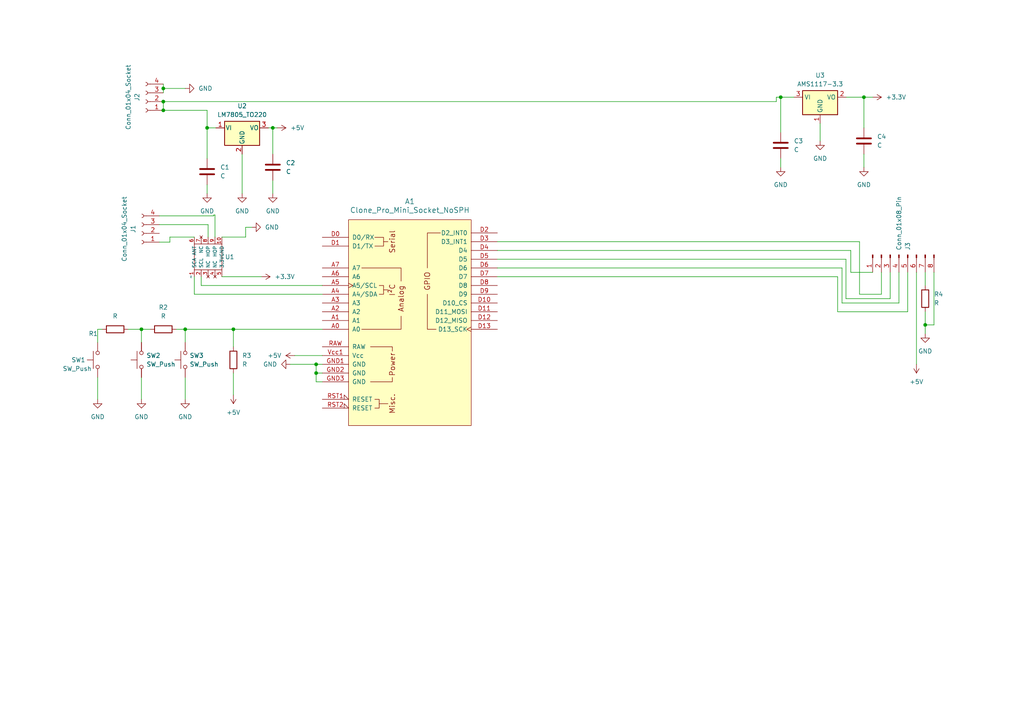
<source format=kicad_sch>
(kicad_sch (version 20230121) (generator eeschema)

  (uuid 49e62b79-c4f4-456e-9aa3-b4d25314c583)

  (paper "A4")

  (lib_symbols
    (symbol "Connector:Conn_01x04_Socket" (pin_names (offset 1.016) hide) (in_bom yes) (on_board yes)
      (property "Reference" "J" (at 0 5.08 0)
        (effects (font (size 1.27 1.27)))
      )
      (property "Value" "Conn_01x04_Socket" (at 0 -7.62 0)
        (effects (font (size 1.27 1.27)))
      )
      (property "Footprint" "" (at 0 0 0)
        (effects (font (size 1.27 1.27)) hide)
      )
      (property "Datasheet" "~" (at 0 0 0)
        (effects (font (size 1.27 1.27)) hide)
      )
      (property "ki_locked" "" (at 0 0 0)
        (effects (font (size 1.27 1.27)))
      )
      (property "ki_keywords" "connector" (at 0 0 0)
        (effects (font (size 1.27 1.27)) hide)
      )
      (property "ki_description" "Generic connector, single row, 01x04, script generated" (at 0 0 0)
        (effects (font (size 1.27 1.27)) hide)
      )
      (property "ki_fp_filters" "Connector*:*_1x??_*" (at 0 0 0)
        (effects (font (size 1.27 1.27)) hide)
      )
      (symbol "Conn_01x04_Socket_1_1"
        (arc (start 0 -4.572) (mid -0.5058 -5.08) (end 0 -5.588)
          (stroke (width 0.1524) (type default))
          (fill (type none))
        )
        (arc (start 0 -2.032) (mid -0.5058 -2.54) (end 0 -3.048)
          (stroke (width 0.1524) (type default))
          (fill (type none))
        )
        (polyline
          (pts
            (xy -1.27 -5.08)
            (xy -0.508 -5.08)
          )
          (stroke (width 0.1524) (type default))
          (fill (type none))
        )
        (polyline
          (pts
            (xy -1.27 -2.54)
            (xy -0.508 -2.54)
          )
          (stroke (width 0.1524) (type default))
          (fill (type none))
        )
        (polyline
          (pts
            (xy -1.27 0)
            (xy -0.508 0)
          )
          (stroke (width 0.1524) (type default))
          (fill (type none))
        )
        (polyline
          (pts
            (xy -1.27 2.54)
            (xy -0.508 2.54)
          )
          (stroke (width 0.1524) (type default))
          (fill (type none))
        )
        (arc (start 0 0.508) (mid -0.5058 0) (end 0 -0.508)
          (stroke (width 0.1524) (type default))
          (fill (type none))
        )
        (arc (start 0 3.048) (mid -0.5058 2.54) (end 0 2.032)
          (stroke (width 0.1524) (type default))
          (fill (type none))
        )
        (pin passive line (at -5.08 2.54 0) (length 3.81)
          (name "Pin_1" (effects (font (size 1.27 1.27))))
          (number "1" (effects (font (size 1.27 1.27))))
        )
        (pin passive line (at -5.08 0 0) (length 3.81)
          (name "Pin_2" (effects (font (size 1.27 1.27))))
          (number "2" (effects (font (size 1.27 1.27))))
        )
        (pin passive line (at -5.08 -2.54 0) (length 3.81)
          (name "Pin_3" (effects (font (size 1.27 1.27))))
          (number "3" (effects (font (size 1.27 1.27))))
        )
        (pin passive line (at -5.08 -5.08 0) (length 3.81)
          (name "Pin_4" (effects (font (size 1.27 1.27))))
          (number "4" (effects (font (size 1.27 1.27))))
        )
      )
    )
    (symbol "Connector:Conn_01x08_Pin" (pin_names (offset 1.016) hide) (in_bom yes) (on_board yes)
      (property "Reference" "J" (at 0 10.16 0)
        (effects (font (size 1.27 1.27)))
      )
      (property "Value" "Conn_01x08_Pin" (at 0 -12.7 0)
        (effects (font (size 1.27 1.27)))
      )
      (property "Footprint" "" (at 0 0 0)
        (effects (font (size 1.27 1.27)) hide)
      )
      (property "Datasheet" "~" (at 0 0 0)
        (effects (font (size 1.27 1.27)) hide)
      )
      (property "ki_locked" "" (at 0 0 0)
        (effects (font (size 1.27 1.27)))
      )
      (property "ki_keywords" "connector" (at 0 0 0)
        (effects (font (size 1.27 1.27)) hide)
      )
      (property "ki_description" "Generic connector, single row, 01x08, script generated" (at 0 0 0)
        (effects (font (size 1.27 1.27)) hide)
      )
      (property "ki_fp_filters" "Connector*:*_1x??_*" (at 0 0 0)
        (effects (font (size 1.27 1.27)) hide)
      )
      (symbol "Conn_01x08_Pin_1_1"
        (polyline
          (pts
            (xy 1.27 -10.16)
            (xy 0.8636 -10.16)
          )
          (stroke (width 0.1524) (type default))
          (fill (type none))
        )
        (polyline
          (pts
            (xy 1.27 -7.62)
            (xy 0.8636 -7.62)
          )
          (stroke (width 0.1524) (type default))
          (fill (type none))
        )
        (polyline
          (pts
            (xy 1.27 -5.08)
            (xy 0.8636 -5.08)
          )
          (stroke (width 0.1524) (type default))
          (fill (type none))
        )
        (polyline
          (pts
            (xy 1.27 -2.54)
            (xy 0.8636 -2.54)
          )
          (stroke (width 0.1524) (type default))
          (fill (type none))
        )
        (polyline
          (pts
            (xy 1.27 0)
            (xy 0.8636 0)
          )
          (stroke (width 0.1524) (type default))
          (fill (type none))
        )
        (polyline
          (pts
            (xy 1.27 2.54)
            (xy 0.8636 2.54)
          )
          (stroke (width 0.1524) (type default))
          (fill (type none))
        )
        (polyline
          (pts
            (xy 1.27 5.08)
            (xy 0.8636 5.08)
          )
          (stroke (width 0.1524) (type default))
          (fill (type none))
        )
        (polyline
          (pts
            (xy 1.27 7.62)
            (xy 0.8636 7.62)
          )
          (stroke (width 0.1524) (type default))
          (fill (type none))
        )
        (rectangle (start 0.8636 -10.033) (end 0 -10.287)
          (stroke (width 0.1524) (type default))
          (fill (type outline))
        )
        (rectangle (start 0.8636 -7.493) (end 0 -7.747)
          (stroke (width 0.1524) (type default))
          (fill (type outline))
        )
        (rectangle (start 0.8636 -4.953) (end 0 -5.207)
          (stroke (width 0.1524) (type default))
          (fill (type outline))
        )
        (rectangle (start 0.8636 -2.413) (end 0 -2.667)
          (stroke (width 0.1524) (type default))
          (fill (type outline))
        )
        (rectangle (start 0.8636 0.127) (end 0 -0.127)
          (stroke (width 0.1524) (type default))
          (fill (type outline))
        )
        (rectangle (start 0.8636 2.667) (end 0 2.413)
          (stroke (width 0.1524) (type default))
          (fill (type outline))
        )
        (rectangle (start 0.8636 5.207) (end 0 4.953)
          (stroke (width 0.1524) (type default))
          (fill (type outline))
        )
        (rectangle (start 0.8636 7.747) (end 0 7.493)
          (stroke (width 0.1524) (type default))
          (fill (type outline))
        )
        (pin passive line (at 5.08 7.62 180) (length 3.81)
          (name "Pin_1" (effects (font (size 1.27 1.27))))
          (number "1" (effects (font (size 1.27 1.27))))
        )
        (pin passive line (at 5.08 5.08 180) (length 3.81)
          (name "Pin_2" (effects (font (size 1.27 1.27))))
          (number "2" (effects (font (size 1.27 1.27))))
        )
        (pin passive line (at 5.08 2.54 180) (length 3.81)
          (name "Pin_3" (effects (font (size 1.27 1.27))))
          (number "3" (effects (font (size 1.27 1.27))))
        )
        (pin passive line (at 5.08 0 180) (length 3.81)
          (name "Pin_4" (effects (font (size 1.27 1.27))))
          (number "4" (effects (font (size 1.27 1.27))))
        )
        (pin passive line (at 5.08 -2.54 180) (length 3.81)
          (name "Pin_5" (effects (font (size 1.27 1.27))))
          (number "5" (effects (font (size 1.27 1.27))))
        )
        (pin passive line (at 5.08 -5.08 180) (length 3.81)
          (name "Pin_6" (effects (font (size 1.27 1.27))))
          (number "6" (effects (font (size 1.27 1.27))))
        )
        (pin passive line (at 5.08 -7.62 180) (length 3.81)
          (name "Pin_7" (effects (font (size 1.27 1.27))))
          (number "7" (effects (font (size 1.27 1.27))))
        )
        (pin passive line (at 5.08 -10.16 180) (length 3.81)
          (name "Pin_8" (effects (font (size 1.27 1.27))))
          (number "8" (effects (font (size 1.27 1.27))))
        )
      )
    )
    (symbol "Device:C" (pin_numbers hide) (pin_names (offset 0.254)) (in_bom yes) (on_board yes)
      (property "Reference" "C" (at 0.635 2.54 0)
        (effects (font (size 1.27 1.27)) (justify left))
      )
      (property "Value" "C" (at 0.635 -2.54 0)
        (effects (font (size 1.27 1.27)) (justify left))
      )
      (property "Footprint" "" (at 0.9652 -3.81 0)
        (effects (font (size 1.27 1.27)) hide)
      )
      (property "Datasheet" "~" (at 0 0 0)
        (effects (font (size 1.27 1.27)) hide)
      )
      (property "ki_keywords" "cap capacitor" (at 0 0 0)
        (effects (font (size 1.27 1.27)) hide)
      )
      (property "ki_description" "Unpolarized capacitor" (at 0 0 0)
        (effects (font (size 1.27 1.27)) hide)
      )
      (property "ki_fp_filters" "C_*" (at 0 0 0)
        (effects (font (size 1.27 1.27)) hide)
      )
      (symbol "C_0_1"
        (polyline
          (pts
            (xy -2.032 -0.762)
            (xy 2.032 -0.762)
          )
          (stroke (width 0.508) (type default))
          (fill (type none))
        )
        (polyline
          (pts
            (xy -2.032 0.762)
            (xy 2.032 0.762)
          )
          (stroke (width 0.508) (type default))
          (fill (type none))
        )
      )
      (symbol "C_1_1"
        (pin passive line (at 0 3.81 270) (length 2.794)
          (name "~" (effects (font (size 1.27 1.27))))
          (number "1" (effects (font (size 1.27 1.27))))
        )
        (pin passive line (at 0 -3.81 90) (length 2.794)
          (name "~" (effects (font (size 1.27 1.27))))
          (number "2" (effects (font (size 1.27 1.27))))
        )
      )
    )
    (symbol "Device:R" (pin_numbers hide) (pin_names (offset 0)) (in_bom yes) (on_board yes)
      (property "Reference" "R" (at 2.032 0 90)
        (effects (font (size 1.27 1.27)))
      )
      (property "Value" "R" (at 0 0 90)
        (effects (font (size 1.27 1.27)))
      )
      (property "Footprint" "" (at -1.778 0 90)
        (effects (font (size 1.27 1.27)) hide)
      )
      (property "Datasheet" "~" (at 0 0 0)
        (effects (font (size 1.27 1.27)) hide)
      )
      (property "ki_keywords" "R res resistor" (at 0 0 0)
        (effects (font (size 1.27 1.27)) hide)
      )
      (property "ki_description" "Resistor" (at 0 0 0)
        (effects (font (size 1.27 1.27)) hide)
      )
      (property "ki_fp_filters" "R_*" (at 0 0 0)
        (effects (font (size 1.27 1.27)) hide)
      )
      (symbol "R_0_1"
        (rectangle (start -1.016 -2.54) (end 1.016 2.54)
          (stroke (width 0.254) (type default))
          (fill (type none))
        )
      )
      (symbol "R_1_1"
        (pin passive line (at 0 3.81 270) (length 1.27)
          (name "~" (effects (font (size 1.27 1.27))))
          (number "1" (effects (font (size 1.27 1.27))))
        )
        (pin passive line (at 0 -3.81 90) (length 1.27)
          (name "~" (effects (font (size 1.27 1.27))))
          (number "2" (effects (font (size 1.27 1.27))))
        )
      )
    )
    (symbol "New_Library:RDA" (in_bom yes) (on_board yes)
      (property "Reference" "U3" (at 5.75 -8.89 90)
        (effects (font (size 1.27 1.27)) (justify right))
      )
      (property "Value" "~" (at 0 1 0)
        (effects (font (size 1.27 1.27)))
      )
      (property "Footprint" "" (at 0 1 0)
        (effects (font (size 1.27 1.27)) hide)
      )
      (property "Datasheet" "" (at 0 1 0)
        (effects (font (size 1.27 1.27)) hide)
      )
      (property "ki_locked" "" (at 0 0 0)
        (effects (font (size 1.27 1.27)))
      )
      (symbol "RDA_1_1"
        (rectangle (start 2 0) (end 9.5 -8)
          (stroke (width 0) (type default))
          (fill (type none))
        )
        (pin tri_state line (at 0 0 0) (length 2)
          (name "SCA" (effects (font (size 1 1))))
          (number "1" (effects (font (size 1 1))))
        )
        (pin power_in line (at 11.5 -8 180) (length 2)
          (name "GND" (effects (font (size 1 1))))
          (number "10" (effects (font (size 1 1))))
        )
        (pin tri_state line (at 0 -2 0) (length 2)
          (name "SCL" (effects (font (size 1 1))))
          (number "2" (effects (font (size 1 1))))
        )
        (pin no_connect line (at 0 -4 0) (length 2)
          (name "NC" (effects (font (size 1 1))))
          (number "3" (effects (font (size 1 1))))
        )
        (pin no_connect line (at 0 -6 0) (length 2)
          (name "NC" (effects (font (size 1 1))))
          (number "4" (effects (font (size 1 1))))
        )
        (pin power_in line (at 0 -8 0) (length 2)
          (name "3.3V" (effects (font (size 1 1))))
          (number "5" (effects (font (size 1 1))))
        )
        (pin output line (at 11.5 0 180) (length 2)
          (name "ANT" (effects (font (size 1 1))))
          (number "6" (effects (font (size 1 1))))
        )
        (pin no_connect line (at 11.5 -2 180) (length 2)
          (name "NC" (effects (font (size 1 1))))
          (number "7" (effects (font (size 1 1))))
        )
        (pin output line (at 11.5 -4 180) (length 2)
          (name "HOP" (effects (font (size 1 1))))
          (number "8" (effects (font (size 1 1))))
        )
        (pin output line (at 11.5 -6 180) (length 2)
          (name "HOP" (effects (font (size 1 1))))
          (number "9" (effects (font (size 1 1))))
        )
      )
    )
    (symbol "PCM_arduino-library:Clone_Pro_Mini_Socket_NoSPH" (pin_names (offset 1.016)) (in_bom yes) (on_board yes)
      (property "Reference" "A" (at 0 36.83 0)
        (effects (font (size 1.524 1.524)))
      )
      (property "Value" "Clone_Pro_Mini_Socket_NoSPH" (at 0 33.02 0)
        (effects (font (size 1.524 1.524)))
      )
      (property "Footprint" "PCM_arduino-library:Clone_Pro_Mini_Socket_NoSPH" (at 0 -36.83 0)
        (effects (font (size 1.524 1.524)) hide)
      )
      (property "Datasheet" "https://www.addicore.com/Pro-Mini-p/ad249.htm" (at 0 -33.02 0)
        (effects (font (size 1.524 1.524)) hide)
      )
      (property "ki_keywords" "Clone MPU Shield" (at 0 0 0)
        (effects (font (size 1.27 1.27)) hide)
      )
      (property "ki_description" "Socket for Common Unofficial Pro Mini Clone (without Programming Header Pins)" (at 0 0 0)
        (effects (font (size 1.27 1.27)) hide)
      )
      (property "ki_fp_filters" "Clone_Pro_Mini_Socket_NoSPH" (at 0 0 0)
        (effects (font (size 1.27 1.27)) hide)
      )
      (symbol "Clone_Pro_Mini_Socket_NoSPH_0_0"
        (rectangle (start -17.78 30.48) (end 17.78 -29.21)
          (stroke (width 0) (type default))
          (fill (type background))
        )
        (polyline
          (pts
            (xy -7.62 10.16)
            (xy -6.35 10.16)
          )
          (stroke (width 0) (type default))
          (fill (type none))
        )
        (polyline
          (pts
            (xy -7.62 24.13)
            (xy -6.35 24.13)
          )
          (stroke (width 0) (type default))
          (fill (type none))
        )
        (polyline
          (pts
            (xy -6.35 -22.86)
            (xy -8.89 -22.86)
          )
          (stroke (width 0) (type default))
          (fill (type none))
        )
        (polyline
          (pts
            (xy -11.43 -16.51)
            (xy -5.08 -16.51)
            (xy -5.08 -15.24)
          )
          (stroke (width 0) (type default))
          (fill (type none))
        )
        (polyline
          (pts
            (xy -5.08 -7.62)
            (xy -5.08 -6.35)
            (xy -11.43 -6.35)
          )
          (stroke (width 0) (type default))
          (fill (type none))
        )
        (polyline
          (pts
            (xy -2.54 2.54)
            (xy -2.54 -1.27)
            (xy -13.97 -1.27)
          )
          (stroke (width 0) (type default))
          (fill (type none))
        )
        (polyline
          (pts
            (xy -2.54 12.7)
            (xy -2.54 16.51)
            (xy -13.97 16.51)
          )
          (stroke (width 0) (type default))
          (fill (type none))
        )
        (polyline
          (pts
            (xy -10.16 25.4)
            (xy -7.62 25.4)
            (xy -7.62 22.86)
            (xy -10.16 22.86)
          )
          (stroke (width 0) (type default))
          (fill (type none))
        )
        (polyline
          (pts
            (xy -8.89 11.43)
            (xy -7.62 11.43)
            (xy -7.62 8.89)
            (xy -8.89 8.89)
          )
          (stroke (width 0) (type default))
          (fill (type none))
        )
        (text "Analog" (at -2.54 7.62 900)
          (effects (font (size 1.524 1.524)))
        )
        (text "I²C" (at -5.08 10.16 900)
          (effects (font (size 1.524 1.524)))
        )
        (text "Misc." (at -5.08 -22.86 900)
          (effects (font (size 1.524 1.524)))
        )
        (text "Power" (at -5.08 -11.43 900)
          (effects (font (size 1.524 1.524)))
        )
        (text "Serial" (at -5.08 24.13 900)
          (effects (font (size 1.524 1.524)))
        )
      )
      (symbol "Clone_Pro_Mini_Socket_NoSPH_0_1"
        (polyline
          (pts
            (xy 7.62 -1.27)
            (xy 5.08 -1.27)
            (xy 5.08 8.89)
          )
          (stroke (width 0) (type default))
          (fill (type none))
        )
        (polyline
          (pts
            (xy 8.89 26.67)
            (xy 5.08 26.67)
            (xy 5.08 16.51)
          )
          (stroke (width 0) (type default))
          (fill (type none))
        )
        (polyline
          (pts
            (xy -10.16 -24.13)
            (xy -8.89 -24.13)
            (xy -8.89 -21.59)
            (xy -10.16 -21.59)
          )
          (stroke (width 0) (type default))
          (fill (type none))
        )
      )
      (symbol "Clone_Pro_Mini_Socket_NoSPH_1_0"
        (text "GPIO" (at 5.08 12.7 900)
          (effects (font (size 1.524 1.524)))
        )
      )
      (symbol "Clone_Pro_Mini_Socket_NoSPH_1_1"
        (pin bidirectional line (at -25.4 -1.27 0) (length 7.62)
          (name "A0" (effects (font (size 1.27 1.27))))
          (number "A0" (effects (font (size 1.27 1.27))))
        )
        (pin bidirectional line (at -25.4 1.27 0) (length 7.62)
          (name "A1" (effects (font (size 1.27 1.27))))
          (number "A1" (effects (font (size 1.27 1.27))))
        )
        (pin bidirectional line (at -25.4 3.81 0) (length 7.62)
          (name "A2" (effects (font (size 1.27 1.27))))
          (number "A2" (effects (font (size 1.27 1.27))))
        )
        (pin bidirectional line (at -25.4 6.35 0) (length 7.62)
          (name "A3" (effects (font (size 1.27 1.27))))
          (number "A3" (effects (font (size 1.27 1.27))))
        )
        (pin bidirectional line (at -25.4 8.89 0) (length 7.62)
          (name "A4/SDA" (effects (font (size 1.27 1.27))))
          (number "A4" (effects (font (size 1.27 1.27))))
        )
        (pin bidirectional clock (at -25.4 11.43 0) (length 7.62)
          (name "A5/SCL" (effects (font (size 1.27 1.27))))
          (number "A5" (effects (font (size 1.27 1.27))))
        )
        (pin input line (at -25.4 13.97 0) (length 7.62)
          (name "A6" (effects (font (size 1.27 1.27))))
          (number "A6" (effects (font (size 1.27 1.27))))
        )
        (pin input line (at -25.4 16.51 0) (length 7.62)
          (name "A7" (effects (font (size 1.27 1.27))))
          (number "A7" (effects (font (size 1.27 1.27))))
        )
        (pin bidirectional line (at -25.4 25.4 0) (length 7.62)
          (name "D0/RX" (effects (font (size 1.27 1.27))))
          (number "D0" (effects (font (size 1.27 1.27))))
        )
        (pin bidirectional line (at -25.4 22.86 0) (length 7.62)
          (name "D1/TX" (effects (font (size 1.27 1.27))))
          (number "D1" (effects (font (size 1.27 1.27))))
        )
        (pin bidirectional line (at 25.4 6.35 180) (length 7.62)
          (name "D10_CS" (effects (font (size 1.27 1.27))))
          (number "D10" (effects (font (size 1.27 1.27))))
        )
        (pin bidirectional line (at 25.4 3.81 180) (length 7.62)
          (name "D11_MOSI" (effects (font (size 1.27 1.27))))
          (number "D11" (effects (font (size 1.27 1.27))))
        )
        (pin bidirectional line (at 25.4 1.27 180) (length 7.62)
          (name "D12_MISO" (effects (font (size 1.27 1.27))))
          (number "D12" (effects (font (size 1.27 1.27))))
        )
        (pin bidirectional clock (at 25.4 -1.27 180) (length 7.62)
          (name "D13_SCK" (effects (font (size 1.27 1.27))))
          (number "D13" (effects (font (size 1.27 1.27))))
        )
        (pin bidirectional line (at 25.4 26.67 180) (length 7.62)
          (name "D2_INT0" (effects (font (size 1.27 1.27))))
          (number "D2" (effects (font (size 1.27 1.27))))
        )
        (pin bidirectional line (at 25.4 24.13 180) (length 7.62)
          (name "D3_INT1" (effects (font (size 1.27 1.27))))
          (number "D3" (effects (font (size 1.27 1.27))))
        )
        (pin bidirectional line (at 25.4 21.59 180) (length 7.62)
          (name "D4" (effects (font (size 1.27 1.27))))
          (number "D4" (effects (font (size 1.27 1.27))))
        )
        (pin bidirectional line (at 25.4 19.05 180) (length 7.62)
          (name "D5" (effects (font (size 1.27 1.27))))
          (number "D5" (effects (font (size 1.27 1.27))))
        )
        (pin bidirectional line (at 25.4 16.51 180) (length 7.62)
          (name "D6" (effects (font (size 1.27 1.27))))
          (number "D6" (effects (font (size 1.27 1.27))))
        )
        (pin bidirectional line (at 25.4 13.97 180) (length 7.62)
          (name "D7" (effects (font (size 1.27 1.27))))
          (number "D7" (effects (font (size 1.27 1.27))))
        )
        (pin bidirectional line (at 25.4 11.43 180) (length 7.62)
          (name "D8" (effects (font (size 1.27 1.27))))
          (number "D8" (effects (font (size 1.27 1.27))))
        )
        (pin bidirectional line (at 25.4 8.89 180) (length 7.62)
          (name "D9" (effects (font (size 1.27 1.27))))
          (number "D9" (effects (font (size 1.27 1.27))))
        )
        (pin power_in line (at -25.4 -11.43 0) (length 7.62)
          (name "GND" (effects (font (size 1.27 1.27))))
          (number "GND1" (effects (font (size 1.27 1.27))))
        )
        (pin power_in line (at -25.4 -13.97 0) (length 7.62)
          (name "GND" (effects (font (size 1.27 1.27))))
          (number "GND2" (effects (font (size 1.27 1.27))))
        )
        (pin power_in line (at -25.4 -16.51 0) (length 7.62)
          (name "GND" (effects (font (size 1.27 1.27))))
          (number "GND3" (effects (font (size 1.27 1.27))))
        )
        (pin power_in line (at -25.4 -6.35 0) (length 7.62)
          (name "RAW" (effects (font (size 1.27 1.27))))
          (number "RAW" (effects (font (size 1.27 1.27))))
        )
        (pin open_collector input_low (at -25.4 -21.59 0) (length 7.62)
          (name "RESET" (effects (font (size 1.27 1.27))))
          (number "RST1" (effects (font (size 1.27 1.27))))
        )
        (pin open_collector input_low (at -25.4 -24.13 0) (length 7.62)
          (name "RESET" (effects (font (size 1.27 1.27))))
          (number "RST2" (effects (font (size 1.27 1.27))))
        )
        (pin power_in line (at -25.4 -8.89 0) (length 7.62)
          (name "Vcc" (effects (font (size 1.27 1.27))))
          (number "Vcc1" (effects (font (size 1.27 1.27))))
        )
      )
    )
    (symbol "Regulator_Linear:AMS1117-3.3" (in_bom yes) (on_board yes)
      (property "Reference" "U" (at -3.81 3.175 0)
        (effects (font (size 1.27 1.27)))
      )
      (property "Value" "AMS1117-3.3" (at 0 3.175 0)
        (effects (font (size 1.27 1.27)) (justify left))
      )
      (property "Footprint" "Package_TO_SOT_SMD:SOT-223-3_TabPin2" (at 0 5.08 0)
        (effects (font (size 1.27 1.27)) hide)
      )
      (property "Datasheet" "http://www.advanced-monolithic.com/pdf/ds1117.pdf" (at 2.54 -6.35 0)
        (effects (font (size 1.27 1.27)) hide)
      )
      (property "ki_keywords" "linear regulator ldo fixed positive" (at 0 0 0)
        (effects (font (size 1.27 1.27)) hide)
      )
      (property "ki_description" "1A Low Dropout regulator, positive, 3.3V fixed output, SOT-223" (at 0 0 0)
        (effects (font (size 1.27 1.27)) hide)
      )
      (property "ki_fp_filters" "SOT?223*TabPin2*" (at 0 0 0)
        (effects (font (size 1.27 1.27)) hide)
      )
      (symbol "AMS1117-3.3_0_1"
        (rectangle (start -5.08 -5.08) (end 5.08 1.905)
          (stroke (width 0.254) (type default))
          (fill (type background))
        )
      )
      (symbol "AMS1117-3.3_1_1"
        (pin power_in line (at 0 -7.62 90) (length 2.54)
          (name "GND" (effects (font (size 1.27 1.27))))
          (number "1" (effects (font (size 1.27 1.27))))
        )
        (pin power_out line (at 7.62 0 180) (length 2.54)
          (name "VO" (effects (font (size 1.27 1.27))))
          (number "2" (effects (font (size 1.27 1.27))))
        )
        (pin power_in line (at -7.62 0 0) (length 2.54)
          (name "VI" (effects (font (size 1.27 1.27))))
          (number "3" (effects (font (size 1.27 1.27))))
        )
      )
    )
    (symbol "Regulator_Linear:LM7805_TO220" (pin_names (offset 0.254)) (in_bom yes) (on_board yes)
      (property "Reference" "U" (at -3.81 3.175 0)
        (effects (font (size 1.27 1.27)))
      )
      (property "Value" "LM7805_TO220" (at 0 3.175 0)
        (effects (font (size 1.27 1.27)) (justify left))
      )
      (property "Footprint" "Package_TO_SOT_THT:TO-220-3_Vertical" (at 0 5.715 0)
        (effects (font (size 1.27 1.27) italic) hide)
      )
      (property "Datasheet" "https://www.onsemi.cn/PowerSolutions/document/MC7800-D.PDF" (at 0 -1.27 0)
        (effects (font (size 1.27 1.27)) hide)
      )
      (property "ki_keywords" "Voltage Regulator 1A Positive" (at 0 0 0)
        (effects (font (size 1.27 1.27)) hide)
      )
      (property "ki_description" "Positive 1A 35V Linear Regulator, Fixed Output 5V, TO-220" (at 0 0 0)
        (effects (font (size 1.27 1.27)) hide)
      )
      (property "ki_fp_filters" "TO?220*" (at 0 0 0)
        (effects (font (size 1.27 1.27)) hide)
      )
      (symbol "LM7805_TO220_0_1"
        (rectangle (start -5.08 1.905) (end 5.08 -5.08)
          (stroke (width 0.254) (type default))
          (fill (type background))
        )
      )
      (symbol "LM7805_TO220_1_1"
        (pin power_in line (at -7.62 0 0) (length 2.54)
          (name "VI" (effects (font (size 1.27 1.27))))
          (number "1" (effects (font (size 1.27 1.27))))
        )
        (pin power_in line (at 0 -7.62 90) (length 2.54)
          (name "GND" (effects (font (size 1.27 1.27))))
          (number "2" (effects (font (size 1.27 1.27))))
        )
        (pin power_out line (at 7.62 0 180) (length 2.54)
          (name "VO" (effects (font (size 1.27 1.27))))
          (number "3" (effects (font (size 1.27 1.27))))
        )
      )
    )
    (symbol "Switch:SW_Push" (pin_numbers hide) (pin_names (offset 1.016) hide) (in_bom yes) (on_board yes)
      (property "Reference" "SW" (at 1.27 2.54 0)
        (effects (font (size 1.27 1.27)) (justify left))
      )
      (property "Value" "SW_Push" (at 0 -1.524 0)
        (effects (font (size 1.27 1.27)))
      )
      (property "Footprint" "" (at 0 5.08 0)
        (effects (font (size 1.27 1.27)) hide)
      )
      (property "Datasheet" "~" (at 0 5.08 0)
        (effects (font (size 1.27 1.27)) hide)
      )
      (property "ki_keywords" "switch normally-open pushbutton push-button" (at 0 0 0)
        (effects (font (size 1.27 1.27)) hide)
      )
      (property "ki_description" "Push button switch, generic, two pins" (at 0 0 0)
        (effects (font (size 1.27 1.27)) hide)
      )
      (symbol "SW_Push_0_1"
        (circle (center -2.032 0) (radius 0.508)
          (stroke (width 0) (type default))
          (fill (type none))
        )
        (polyline
          (pts
            (xy 0 1.27)
            (xy 0 3.048)
          )
          (stroke (width 0) (type default))
          (fill (type none))
        )
        (polyline
          (pts
            (xy 2.54 1.27)
            (xy -2.54 1.27)
          )
          (stroke (width 0) (type default))
          (fill (type none))
        )
        (circle (center 2.032 0) (radius 0.508)
          (stroke (width 0) (type default))
          (fill (type none))
        )
        (pin passive line (at -5.08 0 0) (length 2.54)
          (name "1" (effects (font (size 1.27 1.27))))
          (number "1" (effects (font (size 1.27 1.27))))
        )
        (pin passive line (at 5.08 0 180) (length 2.54)
          (name "2" (effects (font (size 1.27 1.27))))
          (number "2" (effects (font (size 1.27 1.27))))
        )
      )
    )
    (symbol "power:+3.3V" (power) (pin_names (offset 0)) (in_bom yes) (on_board yes)
      (property "Reference" "#PWR" (at 0 -3.81 0)
        (effects (font (size 1.27 1.27)) hide)
      )
      (property "Value" "+3.3V" (at 0 3.556 0)
        (effects (font (size 1.27 1.27)))
      )
      (property "Footprint" "" (at 0 0 0)
        (effects (font (size 1.27 1.27)) hide)
      )
      (property "Datasheet" "" (at 0 0 0)
        (effects (font (size 1.27 1.27)) hide)
      )
      (property "ki_keywords" "global power" (at 0 0 0)
        (effects (font (size 1.27 1.27)) hide)
      )
      (property "ki_description" "Power symbol creates a global label with name \"+3.3V\"" (at 0 0 0)
        (effects (font (size 1.27 1.27)) hide)
      )
      (symbol "+3.3V_0_1"
        (polyline
          (pts
            (xy -0.762 1.27)
            (xy 0 2.54)
          )
          (stroke (width 0) (type default))
          (fill (type none))
        )
        (polyline
          (pts
            (xy 0 0)
            (xy 0 2.54)
          )
          (stroke (width 0) (type default))
          (fill (type none))
        )
        (polyline
          (pts
            (xy 0 2.54)
            (xy 0.762 1.27)
          )
          (stroke (width 0) (type default))
          (fill (type none))
        )
      )
      (symbol "+3.3V_1_1"
        (pin power_in line (at 0 0 90) (length 0) hide
          (name "+3.3V" (effects (font (size 1.27 1.27))))
          (number "1" (effects (font (size 1.27 1.27))))
        )
      )
    )
    (symbol "power:+5V" (power) (pin_names (offset 0)) (in_bom yes) (on_board yes)
      (property "Reference" "#PWR" (at 0 -3.81 0)
        (effects (font (size 1.27 1.27)) hide)
      )
      (property "Value" "+5V" (at 0 3.556 0)
        (effects (font (size 1.27 1.27)))
      )
      (property "Footprint" "" (at 0 0 0)
        (effects (font (size 1.27 1.27)) hide)
      )
      (property "Datasheet" "" (at 0 0 0)
        (effects (font (size 1.27 1.27)) hide)
      )
      (property "ki_keywords" "global power" (at 0 0 0)
        (effects (font (size 1.27 1.27)) hide)
      )
      (property "ki_description" "Power symbol creates a global label with name \"+5V\"" (at 0 0 0)
        (effects (font (size 1.27 1.27)) hide)
      )
      (symbol "+5V_0_1"
        (polyline
          (pts
            (xy -0.762 1.27)
            (xy 0 2.54)
          )
          (stroke (width 0) (type default))
          (fill (type none))
        )
        (polyline
          (pts
            (xy 0 0)
            (xy 0 2.54)
          )
          (stroke (width 0) (type default))
          (fill (type none))
        )
        (polyline
          (pts
            (xy 0 2.54)
            (xy 0.762 1.27)
          )
          (stroke (width 0) (type default))
          (fill (type none))
        )
      )
      (symbol "+5V_1_1"
        (pin power_in line (at 0 0 90) (length 0) hide
          (name "+5V" (effects (font (size 1.27 1.27))))
          (number "1" (effects (font (size 1.27 1.27))))
        )
      )
    )
    (symbol "power:GND" (power) (pin_names (offset 0)) (in_bom yes) (on_board yes)
      (property "Reference" "#PWR" (at 0 -6.35 0)
        (effects (font (size 1.27 1.27)) hide)
      )
      (property "Value" "GND" (at 0 -3.81 0)
        (effects (font (size 1.27 1.27)))
      )
      (property "Footprint" "" (at 0 0 0)
        (effects (font (size 1.27 1.27)) hide)
      )
      (property "Datasheet" "" (at 0 0 0)
        (effects (font (size 1.27 1.27)) hide)
      )
      (property "ki_keywords" "global power" (at 0 0 0)
        (effects (font (size 1.27 1.27)) hide)
      )
      (property "ki_description" "Power symbol creates a global label with name \"GND\" , ground" (at 0 0 0)
        (effects (font (size 1.27 1.27)) hide)
      )
      (symbol "GND_0_1"
        (polyline
          (pts
            (xy 0 0)
            (xy 0 -1.27)
            (xy 1.27 -1.27)
            (xy 0 -2.54)
            (xy -1.27 -1.27)
            (xy 0 -1.27)
          )
          (stroke (width 0) (type default))
          (fill (type none))
        )
      )
      (symbol "GND_1_1"
        (pin power_in line (at 0 0 270) (length 0) hide
          (name "GND" (effects (font (size 1.27 1.27))))
          (number "1" (effects (font (size 1.27 1.27))))
        )
      )
    )
  )

  (junction (at 47.371 32.004) (diameter 0) (color 0 0 0 0)
    (uuid 1fe94aac-01b6-45bc-9827-9c2e8d3a78b3)
  )
  (junction (at 47.371 29.464) (diameter 0) (color 0 0 0 0)
    (uuid 2c7a60cd-1dc6-4db8-b727-6251fb5f3f6d)
  )
  (junction (at 250.571 28.194) (diameter 0) (color 0 0 0 0)
    (uuid 3d573674-9bbe-4a1e-a716-d3ce17f7bc24)
  )
  (junction (at 67.691 95.504) (diameter 0) (color 0 0 0 0)
    (uuid 5ac30aa3-3f03-43e2-8af1-fb9ba0368f9c)
  )
  (junction (at 226.441 28.194) (diameter 0) (color 0 0 0 0)
    (uuid 63e5064f-968c-4d7b-8208-303c284d15c5)
  )
  (junction (at 268.351 94.234) (diameter 0) (color 0 0 0 0)
    (uuid 68a38cbc-3688-4fac-94bc-8000b111f97b)
  )
  (junction (at 79.121 37.084) (diameter 0) (color 0 0 0 0)
    (uuid 8828483f-ca58-41d4-8091-f4d2c8f4c979)
  )
  (junction (at 47.371 25.654) (diameter 0) (color 0 0 0 0)
    (uuid 907e8044-e79e-4bfe-9134-12d49f9707d6)
  )
  (junction (at 91.694 105.664) (diameter 0) (color 0 0 0 0)
    (uuid cfa1c5e8-62ae-4f05-96bf-ba612532cb93)
  )
  (junction (at 60.071 37.084) (diameter 0) (color 0 0 0 0)
    (uuid d13081a9-cffc-42fa-9a45-3834e6eabfe0)
  )
  (junction (at 91.694 108.204) (diameter 0) (color 0 0 0 0)
    (uuid e87e4408-492b-4bb0-aa00-147ac8d67bc2)
  )
  (junction (at 41.021 95.504) (diameter 0) (color 0 0 0 0)
    (uuid ee1d0d8e-f40a-4848-a02b-5a1bc41f685e)
  )
  (junction (at 53.721 95.504) (diameter 0) (color 0 0 0 0)
    (uuid efbf438e-3ab1-4bb5-8e15-156dde0d5ff8)
  )

  (wire (pts (xy 250.571 28.194) (xy 245.491 28.194))
    (stroke (width 0) (type default))
    (uuid 05cc7f25-d9ed-424f-abb2-5c66ee6f3a0b)
  )
  (wire (pts (xy 58.357 80.264) (xy 58.357 82.804))
    (stroke (width 0) (type default))
    (uuid 06c37673-5d45-4d5e-9be0-c0398dbe65c1)
  )
  (wire (pts (xy 79.121 44.704) (xy 79.121 37.084))
    (stroke (width 0) (type default))
    (uuid 08454779-ce76-4b4b-be00-855a7d7ff1f5)
  )
  (wire (pts (xy 225.171 28.194) (xy 226.441 28.194))
    (stroke (width 0) (type default))
    (uuid 08ef04bc-20ba-42af-a3d9-433e61149419)
  )
  (wire (pts (xy 249.301 70.104) (xy 249.301 85.344))
    (stroke (width 0) (type default))
    (uuid 0d1ee688-e336-4d07-98ea-77185acc00f7)
  )
  (wire (pts (xy 46.228 65.151) (xy 60.357 65.151))
    (stroke (width 0) (type default))
    (uuid 0e720208-3884-4664-bcae-181f55dffe63)
  )
  (wire (pts (xy 245.364 75.184) (xy 245.364 86.614))
    (stroke (width 0) (type default))
    (uuid 0fb6a3d5-a1e9-4f1d-aeae-edd5ea6d0d24)
  )
  (wire (pts (xy 84.201 105.664) (xy 91.694 105.664))
    (stroke (width 0) (type default))
    (uuid 10a4e636-9c6d-4875-ae1e-0f71454d702e)
  )
  (wire (pts (xy 29.591 95.504) (xy 28.321 95.504))
    (stroke (width 0) (type default))
    (uuid 1281335c-17db-4d47-9fd1-2863e9882c8b)
  )
  (wire (pts (xy 144.272 75.184) (xy 245.364 75.184))
    (stroke (width 0) (type default))
    (uuid 14d2980b-c860-489f-b046-397ed108b7dd)
  )
  (wire (pts (xy 61.976 62.357) (xy 61.976 62.611))
    (stroke (width 0) (type default))
    (uuid 19c54178-3a28-40c2-9690-cdae27fcf9c6)
  )
  (wire (pts (xy 71.247 68.764) (xy 71.247 65.913))
    (stroke (width 0) (type default))
    (uuid 1d93b7d3-d566-4ef6-a902-03bd3703ae2d)
  )
  (wire (pts (xy 268.351 78.994) (xy 268.351 82.804))
    (stroke (width 0) (type default))
    (uuid 1f9fe715-7087-460a-ada0-4d7be8a5d92b)
  )
  (wire (pts (xy 263.271 78.994) (xy 263.271 90.424))
    (stroke (width 0) (type default))
    (uuid 20376cbb-0fc5-43ef-a761-4724aa66f546)
  )
  (wire (pts (xy 93.472 108.204) (xy 91.694 108.204))
    (stroke (width 0) (type default))
    (uuid 20874e22-5cfa-4507-bb54-42b6b0a4a00b)
  )
  (wire (pts (xy 60.357 68.764) (xy 60.357 65.151))
    (stroke (width 0) (type default))
    (uuid 2569a15d-bb5b-4133-8441-99a25290d029)
  )
  (wire (pts (xy 70.231 44.704) (xy 70.231 56.134))
    (stroke (width 0) (type default))
    (uuid 25c8e5fb-be7c-484e-954f-5ef2ed3b41ef)
  )
  (wire (pts (xy 49.276 68.764) (xy 49.276 70.231))
    (stroke (width 0) (type default))
    (uuid 2681d14d-cafc-44ec-acd8-a0070035cb8a)
  )
  (wire (pts (xy 62.357 62.357) (xy 62.357 68.764))
    (stroke (width 0) (type default))
    (uuid 2a7c4853-314e-4da5-abf7-250e43d0f1f1)
  )
  (wire (pts (xy 67.691 100.584) (xy 67.691 95.504))
    (stroke (width 0) (type default))
    (uuid 2c6489fb-29ed-47f8-b797-c99f6b1bdffb)
  )
  (wire (pts (xy 244.221 87.884) (xy 244.221 77.724))
    (stroke (width 0) (type default))
    (uuid 31ed4f15-e7f4-41ac-9a4f-7d6330c79c85)
  )
  (wire (pts (xy 270.891 78.994) (xy 270.891 94.234))
    (stroke (width 0) (type default))
    (uuid 3473cc30-245e-4c96-a15c-bc11a4a280e8)
  )
  (wire (pts (xy 237.871 35.814) (xy 237.871 40.894))
    (stroke (width 0) (type default))
    (uuid 352a2877-3780-4e5b-8c31-d8b751a73692)
  )
  (wire (pts (xy 58.357 82.804) (xy 93.472 82.804))
    (stroke (width 0) (type default))
    (uuid 36a70324-7281-4a22-ab7a-b52182e80bff)
  )
  (wire (pts (xy 226.441 28.194) (xy 226.441 38.354))
    (stroke (width 0) (type default))
    (uuid 40e40df7-f6e4-4a9e-b187-e78e768d34ea)
  )
  (wire (pts (xy 250.571 44.704) (xy 250.571 48.514))
    (stroke (width 0) (type default))
    (uuid 426d67b1-cf04-48c4-ac09-c3a70b0e1a98)
  )
  (wire (pts (xy 56.357 85.344) (xy 93.472 85.344))
    (stroke (width 0) (type default))
    (uuid 458feb2b-5d3a-4306-bc4f-1d4b5eb1aa68)
  )
  (wire (pts (xy 77.851 37.084) (xy 79.121 37.084))
    (stroke (width 0) (type default))
    (uuid 45c2d443-baab-489d-96cf-ed612e6caf10)
  )
  (wire (pts (xy 37.211 95.504) (xy 41.021 95.504))
    (stroke (width 0) (type default))
    (uuid 47e4981e-15db-4e8b-ab2b-309f748e72fb)
  )
  (wire (pts (xy 53.721 25.654) (xy 47.371 25.654))
    (stroke (width 0) (type default))
    (uuid 4a29a9cc-09ef-4083-9bee-19bdb6dd5f1f)
  )
  (wire (pts (xy 245.364 86.614) (xy 258.191 86.614))
    (stroke (width 0) (type default))
    (uuid 4e8f4478-1428-4993-9f32-b272c885dc81)
  )
  (wire (pts (xy 60.071 53.594) (xy 60.071 56.134))
    (stroke (width 0) (type default))
    (uuid 4edda0b9-fbcc-424f-8157-cb233e7d1d4a)
  )
  (wire (pts (xy 253.111 78.994) (xy 246.761 78.994))
    (stroke (width 0) (type default))
    (uuid 4f7d80af-c7a2-4558-a7c2-b7f7a441a7e1)
  )
  (wire (pts (xy 60.071 37.084) (xy 60.071 45.974))
    (stroke (width 0) (type default))
    (uuid 5331570d-e0b6-4eb1-a850-9f98e3173b92)
  )
  (wire (pts (xy 268.351 90.424) (xy 268.351 94.234))
    (stroke (width 0) (type default))
    (uuid 535ced41-6f58-475d-ad45-093575d21f69)
  )
  (wire (pts (xy 79.121 52.324) (xy 79.121 56.134))
    (stroke (width 0) (type default))
    (uuid 539407ad-5ecb-471f-991e-35ba8bcf0889)
  )
  (wire (pts (xy 91.694 108.204) (xy 91.694 105.664))
    (stroke (width 0) (type default))
    (uuid 53c8775f-f154-485f-b271-eda5cfac1968)
  )
  (wire (pts (xy 258.191 86.614) (xy 258.191 78.994))
    (stroke (width 0) (type default))
    (uuid 5403223f-801d-408c-84ad-9b497f87ff52)
  )
  (wire (pts (xy 51.181 95.504) (xy 53.721 95.504))
    (stroke (width 0) (type default))
    (uuid 541ce20d-6d75-401b-884b-63c110813e24)
  )
  (wire (pts (xy 28.321 95.504) (xy 28.321 99.314))
    (stroke (width 0) (type default))
    (uuid 557f6898-41f7-437e-b68b-5af8dcfa1161)
  )
  (wire (pts (xy 47.371 29.464) (xy 225.171 29.464))
    (stroke (width 0) (type default))
    (uuid 5b6ca609-7e39-4127-af00-f957b83c5c30)
  )
  (wire (pts (xy 226.441 45.974) (xy 226.441 48.514))
    (stroke (width 0) (type default))
    (uuid 60c004ba-21f9-4d10-b2a9-cde0a68ad664)
  )
  (wire (pts (xy 53.721 109.474) (xy 53.721 115.824))
    (stroke (width 0) (type default))
    (uuid 6180387e-2128-4b81-8e73-0d3ddaab8d7d)
  )
  (wire (pts (xy 47.371 29.464) (xy 47.371 32.004))
    (stroke (width 0) (type default))
    (uuid 645b7bb4-d9dc-4311-9560-34e63b4720c1)
  )
  (wire (pts (xy 260.731 78.994) (xy 260.731 87.884))
    (stroke (width 0) (type default))
    (uuid 682be0c5-9910-41b3-b3d8-b986ac24974d)
  )
  (wire (pts (xy 226.441 28.194) (xy 230.251 28.194))
    (stroke (width 0) (type default))
    (uuid 6938c926-f141-4c53-b071-6a51b560a6dc)
  )
  (wire (pts (xy 79.121 37.084) (xy 80.391 37.084))
    (stroke (width 0) (type default))
    (uuid 6b1e4a29-c57a-459d-80fe-d6cec507a63b)
  )
  (wire (pts (xy 265.811 78.994) (xy 265.811 105.664))
    (stroke (width 0) (type default))
    (uuid 6d74f153-eaed-4f44-b056-05d3fc80f712)
  )
  (wire (pts (xy 53.721 95.504) (xy 53.721 99.314))
    (stroke (width 0) (type default))
    (uuid 6e805b10-dd24-4366-ae0d-301b96547cd8)
  )
  (wire (pts (xy 61.976 62.357) (xy 62.357 62.357))
    (stroke (width 0) (type default))
    (uuid 71d6f268-46e7-4cef-bfa8-0a57ca370ddf)
  )
  (wire (pts (xy 64.357 80.264) (xy 75.819 80.264))
    (stroke (width 0) (type default))
    (uuid 7b679d0c-29cd-46ef-965c-dd6e22ebb764)
  )
  (wire (pts (xy 91.694 110.744) (xy 91.694 108.204))
    (stroke (width 0) (type default))
    (uuid 80603da4-3ede-44c3-9eb8-86f33d2463bf)
  )
  (wire (pts (xy 41.021 109.474) (xy 41.021 115.824))
    (stroke (width 0) (type default))
    (uuid 81a83683-fc98-4f59-a156-9ff663819d11)
  )
  (wire (pts (xy 60.071 32.004) (xy 60.071 37.084))
    (stroke (width 0) (type default))
    (uuid 84521f7f-27e9-4521-8c28-24d32d2e0730)
  )
  (wire (pts (xy 47.371 32.004) (xy 60.071 32.004))
    (stroke (width 0) (type default))
    (uuid 87016fed-0c37-4656-8f7d-b5576813945e)
  )
  (wire (pts (xy 46.228 70.231) (xy 49.276 70.231))
    (stroke (width 0) (type default))
    (uuid 8705f219-d0d6-413c-bb0b-694d813e885a)
  )
  (wire (pts (xy 28.321 109.474) (xy 28.321 115.824))
    (stroke (width 0) (type default))
    (uuid 8833203a-8f5c-4885-a0cd-384722df2dd8)
  )
  (wire (pts (xy 47.371 25.654) (xy 47.371 26.924))
    (stroke (width 0) (type default))
    (uuid 8b7cbb81-13fd-4aaf-98dc-9e01e4770639)
  )
  (wire (pts (xy 93.472 110.744) (xy 91.694 110.744))
    (stroke (width 0) (type default))
    (uuid 8e9a8627-a232-4a43-a30a-c948c78ba447)
  )
  (wire (pts (xy 41.021 95.504) (xy 43.561 95.504))
    (stroke (width 0) (type default))
    (uuid 949193aa-e6f7-48e8-81f9-9db8eae9565c)
  )
  (wire (pts (xy 67.691 95.504) (xy 93.472 95.504))
    (stroke (width 0) (type default))
    (uuid 95ee6225-1ba6-49c4-8f45-40107a416656)
  )
  (wire (pts (xy 49.276 68.764) (xy 56.357 68.764))
    (stroke (width 0) (type default))
    (uuid 99734962-1eb9-46b6-b076-acf936cebdeb)
  )
  (wire (pts (xy 255.651 85.344) (xy 255.651 78.994))
    (stroke (width 0) (type default))
    (uuid 99d79703-50a7-438b-9a78-abe23a1abe51)
  )
  (wire (pts (xy 263.271 90.424) (xy 242.951 90.424))
    (stroke (width 0) (type default))
    (uuid 9bae42ee-dbf7-43a6-8106-8e19ebaa62bd)
  )
  (wire (pts (xy 60.071 37.084) (xy 62.611 37.084))
    (stroke (width 0) (type default))
    (uuid a1b09aa7-2388-4ee2-8683-c3982c4723e4)
  )
  (wire (pts (xy 246.761 78.994) (xy 246.761 72.644))
    (stroke (width 0) (type default))
    (uuid a1ccb906-af1a-4c33-97aa-caad664ae248)
  )
  (wire (pts (xy 85.471 103.124) (xy 93.472 103.124))
    (stroke (width 0) (type default))
    (uuid a55d894d-cd1b-460c-a2d0-13bf3c1c31c9)
  )
  (wire (pts (xy 144.272 72.644) (xy 246.761 72.644))
    (stroke (width 0) (type default))
    (uuid a5b4d634-9ed7-4e21-907f-0fc43403e4c8)
  )
  (wire (pts (xy 250.571 37.084) (xy 250.571 28.194))
    (stroke (width 0) (type default))
    (uuid a73ee412-04e9-4874-8481-6697900e421b)
  )
  (wire (pts (xy 144.272 70.104) (xy 249.301 70.104))
    (stroke (width 0) (type default))
    (uuid bb17c501-2953-494e-afa9-a3a57f63dee7)
  )
  (wire (pts (xy 144.272 80.264) (xy 242.951 80.264))
    (stroke (width 0) (type default))
    (uuid c0d16b9e-c09d-48a7-8e2e-e8254fb745cb)
  )
  (wire (pts (xy 268.351 94.234) (xy 268.351 96.774))
    (stroke (width 0) (type default))
    (uuid c35b1e71-812d-486e-a9e3-6d936b469841)
  )
  (wire (pts (xy 91.694 105.664) (xy 93.472 105.664))
    (stroke (width 0) (type default))
    (uuid c6b671c9-e326-454a-af48-6ec09054e37d)
  )
  (wire (pts (xy 41.021 95.504) (xy 41.021 99.314))
    (stroke (width 0) (type default))
    (uuid ccced2b2-5c39-46b1-a1b2-7ab51a969999)
  )
  (wire (pts (xy 64.357 68.764) (xy 71.247 68.764))
    (stroke (width 0) (type default))
    (uuid cf519f92-0e5e-48c0-96b4-7b0b555442e4)
  )
  (wire (pts (xy 67.691 95.504) (xy 53.721 95.504))
    (stroke (width 0) (type default))
    (uuid d0732f15-2913-4732-9393-7511355bb537)
  )
  (wire (pts (xy 225.171 29.464) (xy 225.171 28.194))
    (stroke (width 0) (type default))
    (uuid d12525fc-d288-41f2-9deb-4291674dab2b)
  )
  (wire (pts (xy 270.891 94.234) (xy 268.351 94.234))
    (stroke (width 0) (type default))
    (uuid d4ca9cf2-024f-40c7-b3f1-eeb47648debe)
  )
  (wire (pts (xy 47.371 24.384) (xy 47.371 25.654))
    (stroke (width 0) (type default))
    (uuid e37b0ed5-13a4-452e-a73d-570ba0c48d77)
  )
  (wire (pts (xy 71.247 65.913) (xy 73.025 65.913))
    (stroke (width 0) (type default))
    (uuid e43829ed-6e70-40f7-83ad-c7ea4610c9be)
  )
  (wire (pts (xy 250.571 28.194) (xy 253.111 28.194))
    (stroke (width 0) (type default))
    (uuid e63db52c-b71e-4b0b-a5c9-f5e1ec7ae174)
  )
  (wire (pts (xy 249.301 85.344) (xy 255.651 85.344))
    (stroke (width 0) (type default))
    (uuid eea80e50-78c5-4af1-86f4-2b1005dc9039)
  )
  (wire (pts (xy 144.272 77.724) (xy 244.221 77.724))
    (stroke (width 0) (type default))
    (uuid efff02a1-b4d0-4d22-9f0a-0d8a86905c05)
  )
  (wire (pts (xy 61.976 62.611) (xy 46.228 62.611))
    (stroke (width 0) (type default))
    (uuid f0238801-8453-481f-b036-59aca8528b8b)
  )
  (wire (pts (xy 56.357 85.344) (xy 56.357 80.264))
    (stroke (width 0) (type default))
    (uuid f46cf3d9-5851-4675-bf17-f60cd7182bcc)
  )
  (wire (pts (xy 260.731 87.884) (xy 244.221 87.884))
    (stroke (width 0) (type default))
    (uuid f8b161ac-d73a-4d4c-b6cc-dc23c05d2b8a)
  )
  (wire (pts (xy 242.951 90.424) (xy 242.951 80.264))
    (stroke (width 0) (type default))
    (uuid fb3adaa8-a515-4e88-b6cb-057f53af245b)
  )
  (wire (pts (xy 67.691 108.204) (xy 67.691 114.554))
    (stroke (width 0) (type default))
    (uuid fbe99833-3fda-495f-bc13-73483829b30e)
  )

  (symbol (lib_id "Connector:Conn_01x08_Pin") (at 260.731 73.914 90) (mirror x) (unit 1)
    (in_bom yes) (on_board yes) (dnp no)
    (uuid 045402ed-3418-4bdf-b9e3-891c4ccec1b1)
    (property "Reference" "J3" (at 263.271 72.644 0)
      (effects (font (size 1.27 1.27)) (justify right))
    )
    (property "Value" "Conn_01x08_Pin" (at 260.731 72.644 0)
      (effects (font (size 1.27 1.27)) (justify right))
    )
    (property "Footprint" "Connector_PinSocket_2.54mm:PinSocket_1x08_P2.54mm_Vertical" (at 260.731 73.914 0)
      (effects (font (size 1.27 1.27)) hide)
    )
    (property "Datasheet" "~" (at 260.731 73.914 0)
      (effects (font (size 1.27 1.27)) hide)
    )
    (pin "1" (uuid 8688f313-d207-48a2-8b09-7e078c678f4a))
    (pin "2" (uuid b92ab185-f0b1-4f86-8381-fb041473504b))
    (pin "3" (uuid 652aa125-a069-477f-a4e2-a2d6b834cb69))
    (pin "4" (uuid 0c7dc2be-d985-43f2-8b0f-f93f7f4f9383))
    (pin "5" (uuid cb3bb65a-c064-432b-8c01-badb76e61da2))
    (pin "6" (uuid e9041805-e27c-44ac-b96e-44fe3f679ec1))
    (pin "7" (uuid 46870be4-1a24-4107-a1d2-6e9c269705b8))
    (pin "8" (uuid 4718ca0f-a694-485c-abbb-f2d575b08907))
    (instances
      (project "yeni_radyo"
        (path "/49e62b79-c4f4-456e-9aa3-b4d25314c583"
          (reference "J3") (unit 1)
        )
      )
      (project "tek"
        (path "/a04e344a-413e-4e48-879d-f30e42c52704"
          (reference "J1") (unit 1)
        )
      )
    )
  )

  (symbol (lib_id "Regulator_Linear:LM7805_TO220") (at 70.231 37.084 0) (unit 1)
    (in_bom yes) (on_board yes) (dnp no) (fields_autoplaced)
    (uuid 210c1d3f-2039-4ebd-afa1-f279d6d41404)
    (property "Reference" "U2" (at 70.231 30.734 0)
      (effects (font (size 1.27 1.27)))
    )
    (property "Value" "LM7805_TO220" (at 70.231 33.274 0)
      (effects (font (size 1.27 1.27)))
    )
    (property "Footprint" "Package_TO_SOT_THT:TO-220-3_Vertical" (at 70.231 31.369 0)
      (effects (font (size 1.27 1.27) italic) hide)
    )
    (property "Datasheet" "https://www.onsemi.cn/PowerSolutions/document/MC7800-D.PDF" (at 70.231 38.354 0)
      (effects (font (size 1.27 1.27)) hide)
    )
    (pin "1" (uuid 3aff206f-ee1e-4634-8aba-3914d2e255a7))
    (pin "2" (uuid 5b5d43f7-72ba-4644-a48b-1ba17c36b78c))
    (pin "3" (uuid a63b1aa0-ee8c-4d56-9002-9b66f505aa51))
    (instances
      (project "yeni_radyo"
        (path "/49e62b79-c4f4-456e-9aa3-b4d25314c583"
          (reference "U2") (unit 1)
        )
      )
      (project "tek"
        (path "/a04e344a-413e-4e48-879d-f30e42c52704"
          (reference "U1") (unit 1)
        )
      )
    )
  )

  (symbol (lib_id "Switch:SW_Push") (at 28.321 104.394 90) (unit 1)
    (in_bom yes) (on_board yes) (dnp no)
    (uuid 233caf2b-e2df-4cca-8a54-281ffa54ca5f)
    (property "Reference" "SW1" (at 20.701 104.394 90)
      (effects (font (size 1.27 1.27)) (justify right))
    )
    (property "Value" "SW_Push" (at 18.161 106.934 90)
      (effects (font (size 1.27 1.27)) (justify right))
    )
    (property "Footprint" "Button_Switch_SMD:SW_SPST_Omron_B3FS-100xP" (at 23.241 104.394 0)
      (effects (font (size 1.27 1.27)) hide)
    )
    (property "Datasheet" "~" (at 23.241 104.394 0)
      (effects (font (size 1.27 1.27)) hide)
    )
    (pin "1" (uuid 9139805d-199b-4082-9462-a199e650cb49))
    (pin "2" (uuid 2721a56a-0a98-4d16-927c-a48de34db892))
    (instances
      (project "yeni_radyo"
        (path "/49e62b79-c4f4-456e-9aa3-b4d25314c583"
          (reference "SW1") (unit 1)
        )
      )
      (project "tek"
        (path "/a04e344a-413e-4e48-879d-f30e42c52704"
          (reference "SW1") (unit 1)
        )
      )
    )
  )

  (symbol (lib_id "power:GND") (at 60.071 56.134 0) (unit 1)
    (in_bom yes) (on_board yes) (dnp no) (fields_autoplaced)
    (uuid 3d206691-5f14-4875-be42-5fb06557ebb3)
    (property "Reference" "#PWR05" (at 60.071 62.484 0)
      (effects (font (size 1.27 1.27)) hide)
    )
    (property "Value" "GND" (at 60.071 61.214 0)
      (effects (font (size 1.27 1.27)))
    )
    (property "Footprint" "" (at 60.071 56.134 0)
      (effects (font (size 1.27 1.27)) hide)
    )
    (property "Datasheet" "" (at 60.071 56.134 0)
      (effects (font (size 1.27 1.27)) hide)
    )
    (pin "1" (uuid ccdebe9c-1ba9-4012-b2a5-5d7f5141599a))
    (instances
      (project "yeni_radyo"
        (path "/49e62b79-c4f4-456e-9aa3-b4d25314c583"
          (reference "#PWR05") (unit 1)
        )
      )
      (project "tek"
        (path "/a04e344a-413e-4e48-879d-f30e42c52704"
          (reference "#PWR04") (unit 1)
        )
      )
    )
  )

  (symbol (lib_id "power:GND") (at 41.021 115.824 0) (unit 1)
    (in_bom yes) (on_board yes) (dnp no) (fields_autoplaced)
    (uuid 40f96839-655b-4d74-a4ff-49a4774a763c)
    (property "Reference" "#PWR02" (at 41.021 122.174 0)
      (effects (font (size 1.27 1.27)) hide)
    )
    (property "Value" "GND" (at 41.021 120.904 0)
      (effects (font (size 1.27 1.27)))
    )
    (property "Footprint" "" (at 41.021 115.824 0)
      (effects (font (size 1.27 1.27)) hide)
    )
    (property "Datasheet" "" (at 41.021 115.824 0)
      (effects (font (size 1.27 1.27)) hide)
    )
    (pin "1" (uuid edb6cbf3-842e-4a9e-9e7c-45994dcc34a6))
    (instances
      (project "yeni_radyo"
        (path "/49e62b79-c4f4-456e-9aa3-b4d25314c583"
          (reference "#PWR02") (unit 1)
        )
      )
      (project "tek"
        (path "/a04e344a-413e-4e48-879d-f30e42c52704"
          (reference "#PWR016") (unit 1)
        )
      )
    )
  )

  (symbol (lib_id "power:+5V") (at 80.391 37.084 270) (unit 1)
    (in_bom yes) (on_board yes) (dnp no) (fields_autoplaced)
    (uuid 4929fa10-5570-41e8-9854-d2c5ecf615f8)
    (property "Reference" "#PWR011" (at 76.581 37.084 0)
      (effects (font (size 1.27 1.27)) hide)
    )
    (property "Value" "+5V" (at 84.201 37.084 90)
      (effects (font (size 1.27 1.27)) (justify left))
    )
    (property "Footprint" "" (at 80.391 37.084 0)
      (effects (font (size 1.27 1.27)) hide)
    )
    (property "Datasheet" "" (at 80.391 37.084 0)
      (effects (font (size 1.27 1.27)) hide)
    )
    (pin "1" (uuid 891316a9-f725-4fc4-8ed3-d90091e7101b))
    (instances
      (project "yeni_radyo"
        (path "/49e62b79-c4f4-456e-9aa3-b4d25314c583"
          (reference "#PWR011") (unit 1)
        )
      )
      (project "tek"
        (path "/a04e344a-413e-4e48-879d-f30e42c52704"
          (reference "#PWR08") (unit 1)
        )
      )
    )
  )

  (symbol (lib_id "Device:R") (at 67.691 104.394 180) (unit 1)
    (in_bom yes) (on_board yes) (dnp no) (fields_autoplaced)
    (uuid 4a25cc04-2f96-40d2-a56b-595ca97f426f)
    (property "Reference" "R3" (at 70.231 103.124 0)
      (effects (font (size 1.27 1.27)) (justify right))
    )
    (property "Value" "R" (at 70.231 105.664 0)
      (effects (font (size 1.27 1.27)) (justify right))
    )
    (property "Footprint" "Resistor_THT:R_Axial_DIN0207_L6.3mm_D2.5mm_P10.16mm_Horizontal" (at 69.469 104.394 90)
      (effects (font (size 1.27 1.27)) hide)
    )
    (property "Datasheet" "~" (at 67.691 104.394 0)
      (effects (font (size 1.27 1.27)) hide)
    )
    (pin "1" (uuid af40b2c8-d43b-481d-a5e9-5cc6aba9b0d3))
    (pin "2" (uuid 97d0ad53-5503-409f-9355-59858d009da6))
    (instances
      (project "yeni_radyo"
        (path "/49e62b79-c4f4-456e-9aa3-b4d25314c583"
          (reference "R3") (unit 1)
        )
      )
      (project "tek"
        (path "/a04e344a-413e-4e48-879d-f30e42c52704"
          (reference "R2") (unit 1)
        )
      )
    )
  )

  (symbol (lib_id "Device:C") (at 226.441 42.164 0) (unit 1)
    (in_bom yes) (on_board yes) (dnp no) (fields_autoplaced)
    (uuid 53bb4735-2a59-4efd-b21f-bdaf0706e9b6)
    (property "Reference" "C3" (at 230.251 40.894 0)
      (effects (font (size 1.27 1.27)) (justify left))
    )
    (property "Value" "C" (at 230.251 43.434 0)
      (effects (font (size 1.27 1.27)) (justify left))
    )
    (property "Footprint" "Capacitor_THT:CP_Axial_L10.0mm_D4.5mm_P15.00mm_Horizontal" (at 227.4062 45.974 0)
      (effects (font (size 1.27 1.27)) hide)
    )
    (property "Datasheet" "~" (at 226.441 42.164 0)
      (effects (font (size 1.27 1.27)) hide)
    )
    (pin "1" (uuid 297356cd-d39e-4a67-abcd-cce6123a19d7))
    (pin "2" (uuid 423c7a1d-f5c2-4bd1-986b-0a056da7c006))
    (instances
      (project "yeni_radyo"
        (path "/49e62b79-c4f4-456e-9aa3-b4d25314c583"
          (reference "C3") (unit 1)
        )
      )
      (project "tek"
        (path "/a04e344a-413e-4e48-879d-f30e42c52704"
          (reference "C3") (unit 1)
        )
      )
    )
  )

  (symbol (lib_id "Device:R") (at 33.401 95.504 90) (unit 1)
    (in_bom yes) (on_board yes) (dnp no)
    (uuid 555549e3-7cc7-449c-9627-3308e8d7a3db)
    (property "Reference" "R1" (at 27.051 96.774 90)
      (effects (font (size 1.27 1.27)))
    )
    (property "Value" "R" (at 33.401 91.694 90)
      (effects (font (size 1.27 1.27)))
    )
    (property "Footprint" "Resistor_THT:R_Axial_DIN0207_L6.3mm_D2.5mm_P10.16mm_Horizontal" (at 33.401 97.282 90)
      (effects (font (size 1.27 1.27)) hide)
    )
    (property "Datasheet" "~" (at 33.401 95.504 0)
      (effects (font (size 1.27 1.27)) hide)
    )
    (pin "1" (uuid 9a1eaa7c-d59b-4f26-a88e-d3c01ba26a6d))
    (pin "2" (uuid 4a3212c6-e9cc-4be4-b5ec-d436d5a9ceb8))
    (instances
      (project "yeni_radyo"
        (path "/49e62b79-c4f4-456e-9aa3-b4d25314c583"
          (reference "R1") (unit 1)
        )
      )
      (project "tek"
        (path "/a04e344a-413e-4e48-879d-f30e42c52704"
          (reference "R3") (unit 1)
        )
      )
    )
  )

  (symbol (lib_id "power:GND") (at 250.571 48.514 0) (unit 1)
    (in_bom yes) (on_board yes) (dnp no) (fields_autoplaced)
    (uuid 565db8ef-5734-47df-afae-415daaa74c4c)
    (property "Reference" "#PWR016" (at 250.571 54.864 0)
      (effects (font (size 1.27 1.27)) hide)
    )
    (property "Value" "GND" (at 250.571 53.594 0)
      (effects (font (size 1.27 1.27)))
    )
    (property "Footprint" "" (at 250.571 48.514 0)
      (effects (font (size 1.27 1.27)) hide)
    )
    (property "Datasheet" "" (at 250.571 48.514 0)
      (effects (font (size 1.27 1.27)) hide)
    )
    (pin "1" (uuid 487922b1-ee7f-4b59-8d96-78e8ef57f815))
    (instances
      (project "yeni_radyo"
        (path "/49e62b79-c4f4-456e-9aa3-b4d25314c583"
          (reference "#PWR016") (unit 1)
        )
      )
      (project "tek"
        (path "/a04e344a-413e-4e48-879d-f30e42c52704"
          (reference "#PWR03") (unit 1)
        )
      )
    )
  )

  (symbol (lib_id "Regulator_Linear:AMS1117-3.3") (at 237.871 28.194 0) (unit 1)
    (in_bom yes) (on_board yes) (dnp no) (fields_autoplaced)
    (uuid 585e79fc-d5de-4f14-923c-e2d7f6e5e323)
    (property "Reference" "U3" (at 237.871 21.844 0)
      (effects (font (size 1.27 1.27)))
    )
    (property "Value" "AMS1117-3.3" (at 237.871 24.384 0)
      (effects (font (size 1.27 1.27)))
    )
    (property "Footprint" "Package_TO_SOT_SMD:SOT-223-3_TabPin2" (at 237.871 23.114 0)
      (effects (font (size 1.27 1.27)) hide)
    )
    (property "Datasheet" "http://www.advanced-monolithic.com/pdf/ds1117.pdf" (at 240.411 34.544 0)
      (effects (font (size 1.27 1.27)) hide)
    )
    (pin "1" (uuid 7b4adeb9-d971-41a2-be6f-8c4c4c879f24))
    (pin "2" (uuid a1c1b41f-7e82-4538-86b4-d08f7bf266cb))
    (pin "3" (uuid 2f25e7e7-feb0-46d0-ae93-5801f65380a4))
    (instances
      (project "yeni_radyo"
        (path "/49e62b79-c4f4-456e-9aa3-b4d25314c583"
          (reference "U3") (unit 1)
        )
      )
      (project "tek"
        (path "/a04e344a-413e-4e48-879d-f30e42c52704"
          (reference "U2") (unit 1)
        )
      )
    )
  )

  (symbol (lib_id "Device:R") (at 47.371 95.504 90) (unit 1)
    (in_bom yes) (on_board yes) (dnp no) (fields_autoplaced)
    (uuid 68d3cd7e-e9e8-46ad-8b63-289fd4ebb509)
    (property "Reference" "R2" (at 47.371 89.154 90)
      (effects (font (size 1.27 1.27)))
    )
    (property "Value" "R" (at 47.371 91.694 90)
      (effects (font (size 1.27 1.27)))
    )
    (property "Footprint" "Resistor_THT:R_Axial_DIN0207_L6.3mm_D2.5mm_P10.16mm_Horizontal" (at 47.371 97.282 90)
      (effects (font (size 1.27 1.27)) hide)
    )
    (property "Datasheet" "~" (at 47.371 95.504 0)
      (effects (font (size 1.27 1.27)) hide)
    )
    (pin "1" (uuid f5b66dae-0b92-403b-8ed2-d7e005325add))
    (pin "2" (uuid 6765edb4-b15e-44a7-97c8-13d7853440b2))
    (instances
      (project "yeni_radyo"
        (path "/49e62b79-c4f4-456e-9aa3-b4d25314c583"
          (reference "R2") (unit 1)
        )
      )
      (project "tek"
        (path "/a04e344a-413e-4e48-879d-f30e42c52704"
          (reference "R4") (unit 1)
        )
      )
    )
  )

  (symbol (lib_id "power:+5V") (at 265.811 105.664 180) (unit 1)
    (in_bom yes) (on_board yes) (dnp no) (fields_autoplaced)
    (uuid 69f17362-eedf-47ec-8b57-f4a34a9530c6)
    (property "Reference" "#PWR018" (at 265.811 101.854 0)
      (effects (font (size 1.27 1.27)) hide)
    )
    (property "Value" "+5V" (at 265.811 110.744 0)
      (effects (font (size 1.27 1.27)))
    )
    (property "Footprint" "" (at 265.811 105.664 0)
      (effects (font (size 1.27 1.27)) hide)
    )
    (property "Datasheet" "" (at 265.811 105.664 0)
      (effects (font (size 1.27 1.27)) hide)
    )
    (pin "1" (uuid bd8402f8-7dc3-42da-b000-397b2d128c1c))
    (instances
      (project "yeni_radyo"
        (path "/49e62b79-c4f4-456e-9aa3-b4d25314c583"
          (reference "#PWR018") (unit 1)
        )
      )
      (project "tek"
        (path "/a04e344a-413e-4e48-879d-f30e42c52704"
          (reference "#PWR011") (unit 1)
        )
      )
    )
  )

  (symbol (lib_id "Device:C") (at 79.121 48.514 0) (unit 1)
    (in_bom yes) (on_board yes) (dnp no) (fields_autoplaced)
    (uuid 6cee83aa-eadb-429a-8174-d6d03fdf4432)
    (property "Reference" "C2" (at 82.931 47.244 0)
      (effects (font (size 1.27 1.27)) (justify left))
    )
    (property "Value" "C" (at 82.931 49.784 0)
      (effects (font (size 1.27 1.27)) (justify left))
    )
    (property "Footprint" "Capacitor_THT:CP_Axial_L10.0mm_D4.5mm_P15.00mm_Horizontal" (at 80.0862 52.324 0)
      (effects (font (size 1.27 1.27)) hide)
    )
    (property "Datasheet" "~" (at 79.121 48.514 0)
      (effects (font (size 1.27 1.27)) hide)
    )
    (pin "1" (uuid fd04ef79-6c31-47d7-b68b-d2692fdad8ae))
    (pin "2" (uuid e99230e1-1ea4-4fb5-abe1-71975bc28425))
    (instances
      (project "yeni_radyo"
        (path "/49e62b79-c4f4-456e-9aa3-b4d25314c583"
          (reference "C2") (unit 1)
        )
      )
      (project "tek"
        (path "/a04e344a-413e-4e48-879d-f30e42c52704"
          (reference "C2") (unit 1)
        )
      )
    )
  )

  (symbol (lib_id "Switch:SW_Push") (at 53.721 104.394 90) (unit 1)
    (in_bom yes) (on_board yes) (dnp no) (fields_autoplaced)
    (uuid 74554ef2-bc4c-42ab-b257-260c8aff695c)
    (property "Reference" "SW3" (at 54.991 103.124 90)
      (effects (font (size 1.27 1.27)) (justify right))
    )
    (property "Value" "SW_Push" (at 54.991 105.664 90)
      (effects (font (size 1.27 1.27)) (justify right))
    )
    (property "Footprint" "Button_Switch_SMD:SW_SPST_Omron_B3FS-100xP" (at 48.641 104.394 0)
      (effects (font (size 1.27 1.27)) hide)
    )
    (property "Datasheet" "~" (at 48.641 104.394 0)
      (effects (font (size 1.27 1.27)) hide)
    )
    (pin "1" (uuid dce18e1b-6893-4141-ae56-93a803675100))
    (pin "2" (uuid 9b9b81df-0241-4ff9-82d7-ffe4b9ddfa7a))
    (instances
      (project "yeni_radyo"
        (path "/49e62b79-c4f4-456e-9aa3-b4d25314c583"
          (reference "SW3") (unit 1)
        )
      )
      (project "tek"
        (path "/a04e344a-413e-4e48-879d-f30e42c52704"
          (reference "SW3") (unit 1)
        )
      )
    )
  )

  (symbol (lib_id "New_Library:RDA") (at 56.357 80.264 90) (unit 1)
    (in_bom yes) (on_board yes) (dnp no)
    (uuid 777112ad-7034-4ac2-a683-396905550182)
    (property "Reference" "U1" (at 65.247 74.514 90)
      (effects (font (size 1.27 1.27)) (justify right))
    )
    (property "Value" "~" (at 55.357 80.264 0)
      (effects (font (size 1.27 1.27)))
    )
    (property "Footprint" "Library:rda" (at 55.357 80.264 0)
      (effects (font (size 1.27 1.27)) hide)
    )
    (property "Datasheet" "" (at 55.357 80.264 0)
      (effects (font (size 1.27 1.27)) hide)
    )
    (pin "1" (uuid d7d2ce71-5d9e-4328-8979-60699b06e57b))
    (pin "10" (uuid 6440a3c3-8a5c-4597-a821-e9db3d8f3f33))
    (pin "2" (uuid 00bb4c8c-3cc7-4adc-83a8-d93d5be1bbfa))
    (pin "3" (uuid 37a21383-ae9f-45e9-b952-5305fe01eb7b))
    (pin "4" (uuid 2d4573a2-92ad-472d-ab05-9253793f563a))
    (pin "5" (uuid 70ce700a-f94a-4e2f-985f-8a027ce1b3fe))
    (pin "6" (uuid cd289134-34f7-4b13-91e7-1034c85d755c))
    (pin "7" (uuid 4691ace0-0892-4e56-8cc5-9082ad583e09))
    (pin "8" (uuid 9b4f1f80-d322-4874-9d81-08243f81dd01))
    (pin "9" (uuid 7dfadeda-fca2-46f8-af39-919e6e2a1bec))
    (instances
      (project "yeni_radyo"
        (path "/49e62b79-c4f4-456e-9aa3-b4d25314c583"
          (reference "U1") (unit 1)
        )
      )
      (project "tek"
        (path "/a04e344a-413e-4e48-879d-f30e42c52704"
          (reference "U3") (unit 1)
        )
      )
    )
  )

  (symbol (lib_id "Device:C") (at 250.571 40.894 0) (unit 1)
    (in_bom yes) (on_board yes) (dnp no) (fields_autoplaced)
    (uuid 92ed05bc-7948-460e-8e4b-ed211d38ddce)
    (property "Reference" "C4" (at 254.381 39.624 0)
      (effects (font (size 1.27 1.27)) (justify left))
    )
    (property "Value" "C" (at 254.381 42.164 0)
      (effects (font (size 1.27 1.27)) (justify left))
    )
    (property "Footprint" "Capacitor_THT:CP_Axial_L10.0mm_D4.5mm_P15.00mm_Horizontal" (at 251.5362 44.704 0)
      (effects (font (size 1.27 1.27)) hide)
    )
    (property "Datasheet" "~" (at 250.571 40.894 0)
      (effects (font (size 1.27 1.27)) hide)
    )
    (pin "1" (uuid 72ffbe19-c409-4029-8178-b7a2a296063b))
    (pin "2" (uuid be02a52b-d739-4141-8b57-cb7f7ec03f83))
    (instances
      (project "yeni_radyo"
        (path "/49e62b79-c4f4-456e-9aa3-b4d25314c583"
          (reference "C4") (unit 1)
        )
      )
      (project "tek"
        (path "/a04e344a-413e-4e48-879d-f30e42c52704"
          (reference "C4") (unit 1)
        )
      )
    )
  )

  (symbol (lib_id "PCM_arduino-library:Clone_Pro_Mini_Socket_NoSPH") (at 118.872 94.234 0) (unit 1)
    (in_bom yes) (on_board yes) (dnp no) (fields_autoplaced)
    (uuid 9391c363-377e-46cc-b7a2-bd4b7d91e9b8)
    (property "Reference" "A1" (at 118.872 58.42 0)
      (effects (font (size 1.524 1.524)))
    )
    (property "Value" "Clone_Pro_Mini_Socket_NoSPH" (at 118.872 60.96 0)
      (effects (font (size 1.524 1.524)))
    )
    (property "Footprint" "PCM_arduino-library:Clone_Pro_Mini_Socket_NoSPH" (at 118.872 131.064 0)
      (effects (font (size 1.524 1.524)) hide)
    )
    (property "Datasheet" "https://www.addicore.com/Pro-Mini-p/ad249.htm" (at 118.872 127.254 0)
      (effects (font (size 1.524 1.524)) hide)
    )
    (pin "A0" (uuid 83a8d1d6-c3f2-464f-900c-9235afc81f28))
    (pin "A1" (uuid 1028484a-7733-401d-9fb6-742c7ce8d36d))
    (pin "A2" (uuid d1ccdbba-9dd9-4373-a4e9-dfffad20c3e6))
    (pin "A3" (uuid 5d3d6c28-8c35-4937-b3dc-426bbb91717b))
    (pin "A4" (uuid 71a40334-0d56-4ec6-868b-64151f2894a3))
    (pin "A5" (uuid fd89ca61-5e79-4527-9178-695e07134192))
    (pin "A6" (uuid 108d0298-633c-47ec-a3ff-3b13e1fec505))
    (pin "A7" (uuid 795ac9b5-5671-49be-adc0-fd3c397aaa3e))
    (pin "D0" (uuid 6dd780e8-695f-4d89-8195-0ffe05e7e171))
    (pin "D1" (uuid 43bda2f9-248f-4774-9e43-301c65a00313))
    (pin "D10" (uuid 1dcaafbd-f307-4aec-abec-a2276de08235))
    (pin "D11" (uuid 408d5b09-5d98-4f56-844e-6753b166f11d))
    (pin "D12" (uuid ef9ef54b-d268-49d5-994a-9cd0d4f82992))
    (pin "D13" (uuid c4d23d12-838c-40c1-b2ba-669f0b4a691e))
    (pin "D2" (uuid bd71b559-15fa-424c-878f-cefb45f27f3f))
    (pin "D3" (uuid 9950e619-21a6-4ae3-8580-757726cf206d))
    (pin "D4" (uuid 93d4c434-3d16-4808-b907-efa079ab2791))
    (pin "D5" (uuid 78249739-cb2a-4f09-99cf-2fe045dd84e2))
    (pin "D6" (uuid 0551b5a9-71d3-4e58-96f4-d08564cc9564))
    (pin "D7" (uuid 72f412c1-96c4-4037-b936-dbfeb65beb89))
    (pin "D8" (uuid fea35119-3b31-4b7e-ac59-2a69f0eb50a7))
    (pin "D9" (uuid c8aadb48-c066-4080-b9b2-8dd1a1b813a9))
    (pin "GND1" (uuid a51e4255-b77f-4ae3-b79c-9a0a727c5352))
    (pin "GND2" (uuid df0d410b-2380-4bc6-944a-aae23d503012))
    (pin "GND3" (uuid a3b8edf4-a983-4f5e-bbf7-82ee891dd6dc))
    (pin "RAW" (uuid 1048277b-a93c-4e38-ab08-cb8bfaacdc0e))
    (pin "RST1" (uuid 3650c47e-5723-49f7-ae03-b0b5b60d0951))
    (pin "RST2" (uuid dcf15313-eaa6-45ee-b1b4-41f088875d7e))
    (pin "Vcc1" (uuid 27817ec4-3b05-4d99-bf78-1e2b0bbdfa26))
    (instances
      (project "yeni_radyo"
        (path "/49e62b79-c4f4-456e-9aa3-b4d25314c583"
          (reference "A1") (unit 1)
        )
      )
    )
  )

  (symbol (lib_id "Device:R") (at 268.351 86.614 0) (unit 1)
    (in_bom yes) (on_board yes) (dnp no) (fields_autoplaced)
    (uuid a139654f-205c-4295-bc53-7d842721eed3)
    (property "Reference" "R4" (at 270.891 85.344 0)
      (effects (font (size 1.27 1.27)) (justify left))
    )
    (property "Value" "R" (at 270.891 87.884 0)
      (effects (font (size 1.27 1.27)) (justify left))
    )
    (property "Footprint" "Resistor_THT:R_Axial_DIN0207_L6.3mm_D2.5mm_P10.16mm_Horizontal" (at 266.573 86.614 90)
      (effects (font (size 1.27 1.27)) hide)
    )
    (property "Datasheet" "~" (at 268.351 86.614 0)
      (effects (font (size 1.27 1.27)) hide)
    )
    (pin "1" (uuid c06beb90-3b39-4361-aa30-40ee1b47b17c))
    (pin "2" (uuid ceb14077-e8b6-41c6-adb8-fa695e153e96))
    (instances
      (project "yeni_radyo"
        (path "/49e62b79-c4f4-456e-9aa3-b4d25314c583"
          (reference "R4") (unit 1)
        )
      )
      (project "tek"
        (path "/a04e344a-413e-4e48-879d-f30e42c52704"
          (reference "R1") (unit 1)
        )
      )
    )
  )

  (symbol (lib_id "power:GND") (at 226.441 48.514 0) (unit 1)
    (in_bom yes) (on_board yes) (dnp no) (fields_autoplaced)
    (uuid a5384efd-96e6-4f16-b92c-743201890af5)
    (property "Reference" "#PWR014" (at 226.441 54.864 0)
      (effects (font (size 1.27 1.27)) hide)
    )
    (property "Value" "GND" (at 226.441 53.594 0)
      (effects (font (size 1.27 1.27)))
    )
    (property "Footprint" "" (at 226.441 48.514 0)
      (effects (font (size 1.27 1.27)) hide)
    )
    (property "Datasheet" "" (at 226.441 48.514 0)
      (effects (font (size 1.27 1.27)) hide)
    )
    (pin "1" (uuid 5b2c72f6-cd98-403a-afd8-e6c41ad97232))
    (instances
      (project "yeni_radyo"
        (path "/49e62b79-c4f4-456e-9aa3-b4d25314c583"
          (reference "#PWR014") (unit 1)
        )
      )
      (project "tek"
        (path "/a04e344a-413e-4e48-879d-f30e42c52704"
          (reference "#PWR01") (unit 1)
        )
      )
    )
  )

  (symbol (lib_id "Device:C") (at 60.071 49.784 0) (unit 1)
    (in_bom yes) (on_board yes) (dnp no) (fields_autoplaced)
    (uuid aa73b0fe-155d-4935-82b2-cf33dadb29f1)
    (property "Reference" "C1" (at 63.881 48.514 0)
      (effects (font (size 1.27 1.27)) (justify left))
    )
    (property "Value" "C" (at 63.881 51.054 0)
      (effects (font (size 1.27 1.27)) (justify left))
    )
    (property "Footprint" "Capacitor_THT:CP_Axial_L10.0mm_D4.5mm_P15.00mm_Horizontal" (at 61.0362 53.594 0)
      (effects (font (size 1.27 1.27)) hide)
    )
    (property "Datasheet" "~" (at 60.071 49.784 0)
      (effects (font (size 1.27 1.27)) hide)
    )
    (pin "1" (uuid 21ec2339-97b1-45c3-a76f-06e31f38c669))
    (pin "2" (uuid cc09903f-8426-44b0-95f4-227c510f7bf4))
    (instances
      (project "yeni_radyo"
        (path "/49e62b79-c4f4-456e-9aa3-b4d25314c583"
          (reference "C1") (unit 1)
        )
      )
      (project "tek"
        (path "/a04e344a-413e-4e48-879d-f30e42c52704"
          (reference "C1") (unit 1)
        )
      )
    )
  )

  (symbol (lib_id "power:+3.3V") (at 253.111 28.194 270) (unit 1)
    (in_bom yes) (on_board yes) (dnp no) (fields_autoplaced)
    (uuid ad7c314a-56b3-483c-9cff-934f9d9a6167)
    (property "Reference" "#PWR017" (at 249.301 28.194 0)
      (effects (font (size 1.27 1.27)) hide)
    )
    (property "Value" "+3.3V" (at 256.921 28.194 90)
      (effects (font (size 1.27 1.27)) (justify left))
    )
    (property "Footprint" "" (at 253.111 28.194 0)
      (effects (font (size 1.27 1.27)) hide)
    )
    (property "Datasheet" "" (at 253.111 28.194 0)
      (effects (font (size 1.27 1.27)) hide)
    )
    (pin "1" (uuid 4fd3849b-7a69-46ed-84c4-2c3a3e19f058))
    (instances
      (project "yeni_radyo"
        (path "/49e62b79-c4f4-456e-9aa3-b4d25314c583"
          (reference "#PWR017") (unit 1)
        )
      )
      (project "tek"
        (path "/a04e344a-413e-4e48-879d-f30e42c52704"
          (reference "#PWR07") (unit 1)
        )
      )
    )
  )

  (symbol (lib_id "power:GND") (at 84.201 105.664 270) (unit 1)
    (in_bom yes) (on_board yes) (dnp no) (fields_autoplaced)
    (uuid b0b81b4c-6e03-4ed8-92f6-c5ae3fd3c885)
    (property "Reference" "#PWR012" (at 77.851 105.664 0)
      (effects (font (size 1.27 1.27)) hide)
    )
    (property "Value" "GND" (at 80.391 105.664 90)
      (effects (font (size 1.27 1.27)) (justify right))
    )
    (property "Footprint" "" (at 84.201 105.664 0)
      (effects (font (size 1.27 1.27)) hide)
    )
    (property "Datasheet" "" (at 84.201 105.664 0)
      (effects (font (size 1.27 1.27)) hide)
    )
    (pin "1" (uuid 81696b70-66f6-4647-8ad3-9232e0c99f1e))
    (instances
      (project "yeni_radyo"
        (path "/49e62b79-c4f4-456e-9aa3-b4d25314c583"
          (reference "#PWR012") (unit 1)
        )
      )
      (project "tek"
        (path "/a04e344a-413e-4e48-879d-f30e42c52704"
          (reference "#PWR013") (unit 1)
        )
      )
    )
  )

  (symbol (lib_id "power:GND") (at 268.351 96.774 0) (unit 1)
    (in_bom yes) (on_board yes) (dnp no) (fields_autoplaced)
    (uuid b108e7f4-7aab-47fb-9f1d-7878590a97fe)
    (property "Reference" "#PWR019" (at 268.351 103.124 0)
      (effects (font (size 1.27 1.27)) hide)
    )
    (property "Value" "GND" (at 268.351 101.854 0)
      (effects (font (size 1.27 1.27)))
    )
    (property "Footprint" "" (at 268.351 96.774 0)
      (effects (font (size 1.27 1.27)) hide)
    )
    (property "Datasheet" "" (at 268.351 96.774 0)
      (effects (font (size 1.27 1.27)) hide)
    )
    (pin "1" (uuid a04c49ca-616b-40d2-be46-d1631627be06))
    (instances
      (project "yeni_radyo"
        (path "/49e62b79-c4f4-456e-9aa3-b4d25314c583"
          (reference "#PWR019") (unit 1)
        )
      )
      (project "tek"
        (path "/a04e344a-413e-4e48-879d-f30e42c52704"
          (reference "#PWR010") (unit 1)
        )
      )
    )
  )

  (symbol (lib_id "power:+5V") (at 85.471 103.124 90) (unit 1)
    (in_bom yes) (on_board yes) (dnp no) (fields_autoplaced)
    (uuid b459cdcd-f89c-424e-aa61-9d95b41f1ab4)
    (property "Reference" "#PWR013" (at 89.281 103.124 0)
      (effects (font (size 1.27 1.27)) hide)
    )
    (property "Value" "+5V" (at 81.661 103.124 90)
      (effects (font (size 1.27 1.27)) (justify left))
    )
    (property "Footprint" "" (at 85.471 103.124 0)
      (effects (font (size 1.27 1.27)) hide)
    )
    (property "Datasheet" "" (at 85.471 103.124 0)
      (effects (font (size 1.27 1.27)) hide)
    )
    (pin "1" (uuid 21213256-10d7-46b1-8e62-731e59fe187d))
    (instances
      (project "yeni_radyo"
        (path "/49e62b79-c4f4-456e-9aa3-b4d25314c583"
          (reference "#PWR013") (unit 1)
        )
      )
      (project "tek"
        (path "/a04e344a-413e-4e48-879d-f30e42c52704"
          (reference "#PWR012") (unit 1)
        )
      )
    )
  )

  (symbol (lib_id "power:GND") (at 73.025 65.913 90) (unit 1)
    (in_bom yes) (on_board yes) (dnp no) (fields_autoplaced)
    (uuid bf0bfc76-4bc1-458c-8311-5e2d2eb5390f)
    (property "Reference" "#PWR08" (at 79.375 65.913 0)
      (effects (font (size 1.27 1.27)) hide)
    )
    (property "Value" "GND" (at 76.835 65.913 90)
      (effects (font (size 1.27 1.27)) (justify right))
    )
    (property "Footprint" "" (at 73.025 65.913 0)
      (effects (font (size 1.27 1.27)) hide)
    )
    (property "Datasheet" "" (at 73.025 65.913 0)
      (effects (font (size 1.27 1.27)) hide)
    )
    (pin "1" (uuid f38c4e12-c870-4e00-a121-e36e2728bf98))
    (instances
      (project "yeni_radyo"
        (path "/49e62b79-c4f4-456e-9aa3-b4d25314c583"
          (reference "#PWR08") (unit 1)
        )
      )
      (project "tek"
        (path "/a04e344a-413e-4e48-879d-f30e42c52704"
          (reference "#PWR018") (unit 1)
        )
      )
    )
  )

  (symbol (lib_id "power:+3.3V") (at 75.819 80.264 270) (unit 1)
    (in_bom yes) (on_board yes) (dnp no) (fields_autoplaced)
    (uuid c3bfdb0e-e169-44ab-b3cf-8e21b8fe1152)
    (property "Reference" "#PWR09" (at 72.009 80.264 0)
      (effects (font (size 1.27 1.27)) hide)
    )
    (property "Value" "+3.3V" (at 79.629 80.264 90)
      (effects (font (size 1.27 1.27)) (justify left))
    )
    (property "Footprint" "" (at 75.819 80.264 0)
      (effects (font (size 1.27 1.27)) hide)
    )
    (property "Datasheet" "" (at 75.819 80.264 0)
      (effects (font (size 1.27 1.27)) hide)
    )
    (pin "1" (uuid c85af280-fa24-4c85-abd6-85c5e05977dc))
    (instances
      (project "yeni_radyo"
        (path "/49e62b79-c4f4-456e-9aa3-b4d25314c583"
          (reference "#PWR09") (unit 1)
        )
      )
      (project "tek"
        (path "/a04e344a-413e-4e48-879d-f30e42c52704"
          (reference "#PWR019") (unit 1)
        )
      )
    )
  )

  (symbol (lib_id "power:GND") (at 53.721 25.654 90) (unit 1)
    (in_bom yes) (on_board yes) (dnp no) (fields_autoplaced)
    (uuid d0a5465d-cd61-4fd2-9066-93c0d4514b7a)
    (property "Reference" "#PWR03" (at 60.071 25.654 0)
      (effects (font (size 1.27 1.27)) hide)
    )
    (property "Value" "GND" (at 57.531 25.654 90)
      (effects (font (size 1.27 1.27)) (justify right))
    )
    (property "Footprint" "" (at 53.721 25.654 0)
      (effects (font (size 1.27 1.27)) hide)
    )
    (property "Datasheet" "" (at 53.721 25.654 0)
      (effects (font (size 1.27 1.27)) hide)
    )
    (pin "1" (uuid b30033a1-7e3a-47ca-b7b2-fc2f510fff71))
    (instances
      (project "yeni_radyo"
        (path "/49e62b79-c4f4-456e-9aa3-b4d25314c583"
          (reference "#PWR03") (unit 1)
        )
      )
      (project "tek"
        (path "/a04e344a-413e-4e48-879d-f30e42c52704"
          (reference "#PWR09") (unit 1)
        )
      )
    )
  )

  (symbol (lib_id "power:GND") (at 237.871 40.894 0) (unit 1)
    (in_bom yes) (on_board yes) (dnp no) (fields_autoplaced)
    (uuid d34398f3-803d-4518-aef0-1cc0b78083c0)
    (property "Reference" "#PWR015" (at 237.871 47.244 0)
      (effects (font (size 1.27 1.27)) hide)
    )
    (property "Value" "GND" (at 237.871 45.974 0)
      (effects (font (size 1.27 1.27)))
    )
    (property "Footprint" "" (at 237.871 40.894 0)
      (effects (font (size 1.27 1.27)) hide)
    )
    (property "Datasheet" "" (at 237.871 40.894 0)
      (effects (font (size 1.27 1.27)) hide)
    )
    (pin "1" (uuid 343b3979-ed66-440a-beee-b083776b2d38))
    (instances
      (project "yeni_radyo"
        (path "/49e62b79-c4f4-456e-9aa3-b4d25314c583"
          (reference "#PWR015") (unit 1)
        )
      )
      (project "tek"
        (path "/a04e344a-413e-4e48-879d-f30e42c52704"
          (reference "#PWR02") (unit 1)
        )
      )
    )
  )

  (symbol (lib_id "power:GND") (at 79.121 56.134 0) (unit 1)
    (in_bom yes) (on_board yes) (dnp no) (fields_autoplaced)
    (uuid d3a24858-9a9a-4981-9944-215908ce636c)
    (property "Reference" "#PWR010" (at 79.121 62.484 0)
      (effects (font (size 1.27 1.27)) hide)
    )
    (property "Value" "GND" (at 79.121 61.214 0)
      (effects (font (size 1.27 1.27)))
    )
    (property "Footprint" "" (at 79.121 56.134 0)
      (effects (font (size 1.27 1.27)) hide)
    )
    (property "Datasheet" "" (at 79.121 56.134 0)
      (effects (font (size 1.27 1.27)) hide)
    )
    (pin "1" (uuid 6639115a-26a3-49e3-ac9b-fc53b3a09e03))
    (instances
      (project "yeni_radyo"
        (path "/49e62b79-c4f4-456e-9aa3-b4d25314c583"
          (reference "#PWR010") (unit 1)
        )
      )
      (project "tek"
        (path "/a04e344a-413e-4e48-879d-f30e42c52704"
          (reference "#PWR06") (unit 1)
        )
      )
    )
  )

  (symbol (lib_id "Connector:Conn_01x04_Socket") (at 42.291 29.464 180) (unit 1)
    (in_bom yes) (on_board yes) (dnp no)
    (uuid e49bee43-a3ba-489e-8e87-860d1a7e9e2b)
    (property "Reference" "J2" (at 39.751 28.194 90)
      (effects (font (size 1.27 1.27)))
    )
    (property "Value" "Conn_01x04_Socket" (at 37.211 28.194 90)
      (effects (font (size 1.27 1.27)))
    )
    (property "Footprint" "Connector_PinSocket_2.54mm:PinSocket_1x04_P2.54mm_Vertical" (at 42.291 29.464 0)
      (effects (font (size 1.27 1.27)) hide)
    )
    (property "Datasheet" "~" (at 42.291 29.464 0)
      (effects (font (size 1.27 1.27)) hide)
    )
    (pin "1" (uuid a10c1289-36fa-45e8-b7ea-737bd1cc9398))
    (pin "2" (uuid 7b31ab32-5ada-4be0-a8e4-d8cf5ec982fc))
    (pin "3" (uuid c7488374-5cbe-47aa-ab2a-9a37d1911019))
    (pin "4" (uuid 6f6ad4eb-b043-4b81-945f-87e8c5fd1134))
    (instances
      (project "yeni_radyo"
        (path "/49e62b79-c4f4-456e-9aa3-b4d25314c583"
          (reference "J2") (unit 1)
        )
      )
      (project "tek"
        (path "/a04e344a-413e-4e48-879d-f30e42c52704"
          (reference "J2") (unit 1)
        )
      )
    )
  )

  (symbol (lib_id "power:GND") (at 28.321 115.824 0) (unit 1)
    (in_bom yes) (on_board yes) (dnp no) (fields_autoplaced)
    (uuid ea101281-931d-4b7f-a087-9b59909f3546)
    (property "Reference" "#PWR01" (at 28.321 122.174 0)
      (effects (font (size 1.27 1.27)) hide)
    )
    (property "Value" "GND" (at 28.321 120.904 0)
      (effects (font (size 1.27 1.27)))
    )
    (property "Footprint" "" (at 28.321 115.824 0)
      (effects (font (size 1.27 1.27)) hide)
    )
    (property "Datasheet" "" (at 28.321 115.824 0)
      (effects (font (size 1.27 1.27)) hide)
    )
    (pin "1" (uuid 68225a8c-3c25-482d-bf1d-f87c643cafa9))
    (instances
      (project "yeni_radyo"
        (path "/49e62b79-c4f4-456e-9aa3-b4d25314c583"
          (reference "#PWR01") (unit 1)
        )
      )
      (project "tek"
        (path "/a04e344a-413e-4e48-879d-f30e42c52704"
          (reference "#PWR015") (unit 1)
        )
      )
    )
  )

  (symbol (lib_id "Switch:SW_Push") (at 41.021 104.394 90) (unit 1)
    (in_bom yes) (on_board yes) (dnp no) (fields_autoplaced)
    (uuid eaddb591-033b-4b68-8edf-427ef87e49c3)
    (property "Reference" "SW2" (at 42.4585 103.124 90)
      (effects (font (size 1.27 1.27)) (justify right))
    )
    (property "Value" "SW_Push" (at 42.4585 105.664 90)
      (effects (font (size 1.27 1.27)) (justify right))
    )
    (property "Footprint" "Button_Switch_SMD:SW_SPST_Omron_B3FS-100xP" (at 35.941 104.394 0)
      (effects (font (size 1.27 1.27)) hide)
    )
    (property "Datasheet" "~" (at 35.941 104.394 0)
      (effects (font (size 1.27 1.27)) hide)
    )
    (pin "1" (uuid 7ea9335d-f6f2-4dcf-abe0-61f7ff685195))
    (pin "2" (uuid c92063ab-bfcf-4af4-a22e-31e47e00e9c4))
    (instances
      (project "yeni_radyo"
        (path "/49e62b79-c4f4-456e-9aa3-b4d25314c583"
          (reference "SW2") (unit 1)
        )
      )
      (project "tek"
        (path "/a04e344a-413e-4e48-879d-f30e42c52704"
          (reference "SW2") (unit 1)
        )
      )
    )
  )

  (symbol (lib_id "Connector:Conn_01x04_Socket") (at 41.148 67.691 180) (unit 1)
    (in_bom yes) (on_board yes) (dnp no)
    (uuid eb9935c4-f7e5-4388-a890-6c2cecc4d543)
    (property "Reference" "J1" (at 38.608 66.421 90)
      (effects (font (size 1.27 1.27)))
    )
    (property "Value" "Conn_01x04_Socket" (at 36.068 66.421 90)
      (effects (font (size 1.27 1.27)))
    )
    (property "Footprint" "Connector_PinSocket_2.54mm:PinSocket_1x04_P2.54mm_Vertical" (at 41.148 67.691 0)
      (effects (font (size 1.27 1.27)) hide)
    )
    (property "Datasheet" "~" (at 41.148 67.691 0)
      (effects (font (size 1.27 1.27)) hide)
    )
    (pin "1" (uuid cf149082-ef17-4964-b5f0-7d9c07f2eba8))
    (pin "2" (uuid effb15af-0b88-41e6-bc12-b762c8489dc0))
    (pin "3" (uuid 8cc85c45-79b3-451b-95e6-bc5cf24d2d77))
    (pin "4" (uuid 2c0547dd-570c-40b4-b433-b3960a10359a))
    (instances
      (project "yeni_radyo"
        (path "/49e62b79-c4f4-456e-9aa3-b4d25314c583"
          (reference "J1") (unit 1)
        )
      )
      (project "tek"
        (path "/a04e344a-413e-4e48-879d-f30e42c52704"
          (reference "J3") (unit 1)
        )
      )
    )
  )

  (symbol (lib_id "power:GND") (at 53.721 115.824 0) (unit 1)
    (in_bom yes) (on_board yes) (dnp no) (fields_autoplaced)
    (uuid ef848437-969c-4a4d-b899-4d8017000b42)
    (property "Reference" "#PWR04" (at 53.721 122.174 0)
      (effects (font (size 1.27 1.27)) hide)
    )
    (property "Value" "GND" (at 53.721 120.904 0)
      (effects (font (size 1.27 1.27)))
    )
    (property "Footprint" "" (at 53.721 115.824 0)
      (effects (font (size 1.27 1.27)) hide)
    )
    (property "Datasheet" "" (at 53.721 115.824 0)
      (effects (font (size 1.27 1.27)) hide)
    )
    (pin "1" (uuid 79e19a14-7642-4cc8-97e3-4ce928a77ce3))
    (instances
      (project "yeni_radyo"
        (path "/49e62b79-c4f4-456e-9aa3-b4d25314c583"
          (reference "#PWR04") (unit 1)
        )
      )
      (project "tek"
        (path "/a04e344a-413e-4e48-879d-f30e42c52704"
          (reference "#PWR017") (unit 1)
        )
      )
    )
  )

  (symbol (lib_id "power:+5V") (at 67.691 114.554 180) (unit 1)
    (in_bom yes) (on_board yes) (dnp no) (fields_autoplaced)
    (uuid fc165d2b-5d51-4f4e-8b43-3e43d5dee0c3)
    (property "Reference" "#PWR06" (at 67.691 110.744 0)
      (effects (font (size 1.27 1.27)) hide)
    )
    (property "Value" "+5V" (at 67.691 119.634 0)
      (effects (font (size 1.27 1.27)))
    )
    (property "Footprint" "" (at 67.691 114.554 0)
      (effects (font (size 1.27 1.27)) hide)
    )
    (property "Datasheet" "" (at 67.691 114.554 0)
      (effects (font (size 1.27 1.27)) hide)
    )
    (pin "1" (uuid f431f996-f7bb-449f-bc4d-46d919b1b463))
    (instances
      (project "yeni_radyo"
        (path "/49e62b79-c4f4-456e-9aa3-b4d25314c583"
          (reference "#PWR06") (unit 1)
        )
      )
      (project "tek"
        (path "/a04e344a-413e-4e48-879d-f30e42c52704"
          (reference "#PWR014") (unit 1)
        )
      )
    )
  )

  (symbol (lib_id "power:GND") (at 70.231 56.134 0) (unit 1)
    (in_bom yes) (on_board yes) (dnp no) (fields_autoplaced)
    (uuid fecb95a4-7571-4fad-9e78-acb65a76b685)
    (property "Reference" "#PWR07" (at 70.231 62.484 0)
      (effects (font (size 1.27 1.27)) hide)
    )
    (property "Value" "GND" (at 70.231 61.214 0)
      (effects (font (size 1.27 1.27)))
    )
    (property "Footprint" "" (at 70.231 56.134 0)
      (effects (font (size 1.27 1.27)) hide)
    )
    (property "Datasheet" "" (at 70.231 56.134 0)
      (effects (font (size 1.27 1.27)) hide)
    )
    (pin "1" (uuid ca38ccb1-98fe-4d54-b966-5b8e76c7cc2a))
    (instances
      (project "yeni_radyo"
        (path "/49e62b79-c4f4-456e-9aa3-b4d25314c583"
          (reference "#PWR07") (unit 1)
        )
      )
      (project "tek"
        (path "/a04e344a-413e-4e48-879d-f30e42c52704"
          (reference "#PWR05") (unit 1)
        )
      )
    )
  )

  (sheet_instances
    (path "/" (page "1"))
  )
)

</source>
